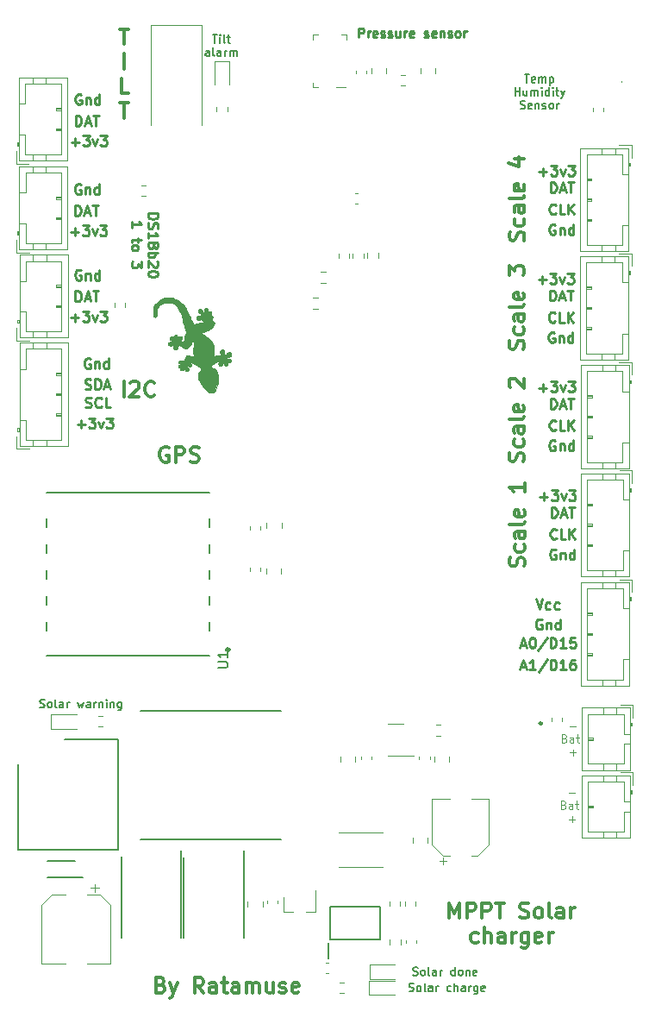
<source format=gbr>
G04 #@! TF.GenerationSoftware,KiCad,Pcbnew,(6.0.5)*
G04 #@! TF.CreationDate,2022-05-13T10:55:27+02:00*
G04 #@! TF.ProjectId,ruche,72756368-652e-46b6-9963-61645f706362,rev?*
G04 #@! TF.SameCoordinates,Original*
G04 #@! TF.FileFunction,Legend,Top*
G04 #@! TF.FilePolarity,Positive*
%FSLAX46Y46*%
G04 Gerber Fmt 4.6, Leading zero omitted, Abs format (unit mm)*
G04 Created by KiCad (PCBNEW (6.0.5)) date 2022-05-13 10:55:27*
%MOMM*%
%LPD*%
G01*
G04 APERTURE LIST*
%ADD10C,0.300000*%
%ADD11C,0.100000*%
%ADD12C,0.150000*%
%ADD13C,0.250000*%
%ADD14C,0.200000*%
%ADD15C,0.225000*%
%ADD16C,0.120000*%
%ADD17C,0.010000*%
G04 APERTURE END LIST*
D10*
X110990000Y-165282857D02*
X111204285Y-165354285D01*
X111275714Y-165425714D01*
X111347142Y-165568571D01*
X111347142Y-165782857D01*
X111275714Y-165925714D01*
X111204285Y-165997142D01*
X111061428Y-166068571D01*
X110490000Y-166068571D01*
X110490000Y-164568571D01*
X110990000Y-164568571D01*
X111132857Y-164640000D01*
X111204285Y-164711428D01*
X111275714Y-164854285D01*
X111275714Y-164997142D01*
X111204285Y-165140000D01*
X111132857Y-165211428D01*
X110990000Y-165282857D01*
X110490000Y-165282857D01*
X111847142Y-165068571D02*
X112204285Y-166068571D01*
X112561428Y-165068571D02*
X112204285Y-166068571D01*
X112061428Y-166425714D01*
X111990000Y-166497142D01*
X111847142Y-166568571D01*
X115132857Y-166068571D02*
X114632857Y-165354285D01*
X114275714Y-166068571D02*
X114275714Y-164568571D01*
X114847142Y-164568571D01*
X114990000Y-164640000D01*
X115061428Y-164711428D01*
X115132857Y-164854285D01*
X115132857Y-165068571D01*
X115061428Y-165211428D01*
X114990000Y-165282857D01*
X114847142Y-165354285D01*
X114275714Y-165354285D01*
X116418571Y-166068571D02*
X116418571Y-165282857D01*
X116347142Y-165140000D01*
X116204285Y-165068571D01*
X115918571Y-165068571D01*
X115775714Y-165140000D01*
X116418571Y-165997142D02*
X116275714Y-166068571D01*
X115918571Y-166068571D01*
X115775714Y-165997142D01*
X115704285Y-165854285D01*
X115704285Y-165711428D01*
X115775714Y-165568571D01*
X115918571Y-165497142D01*
X116275714Y-165497142D01*
X116418571Y-165425714D01*
X116918571Y-165068571D02*
X117490000Y-165068571D01*
X117132857Y-164568571D02*
X117132857Y-165854285D01*
X117204285Y-165997142D01*
X117347142Y-166068571D01*
X117490000Y-166068571D01*
X118632857Y-166068571D02*
X118632857Y-165282857D01*
X118561428Y-165140000D01*
X118418571Y-165068571D01*
X118132857Y-165068571D01*
X117990000Y-165140000D01*
X118632857Y-165997142D02*
X118490000Y-166068571D01*
X118132857Y-166068571D01*
X117990000Y-165997142D01*
X117918571Y-165854285D01*
X117918571Y-165711428D01*
X117990000Y-165568571D01*
X118132857Y-165497142D01*
X118490000Y-165497142D01*
X118632857Y-165425714D01*
X119347142Y-166068571D02*
X119347142Y-165068571D01*
X119347142Y-165211428D02*
X119418571Y-165140000D01*
X119561428Y-165068571D01*
X119775714Y-165068571D01*
X119918571Y-165140000D01*
X119990000Y-165282857D01*
X119990000Y-166068571D01*
X119990000Y-165282857D02*
X120061428Y-165140000D01*
X120204285Y-165068571D01*
X120418571Y-165068571D01*
X120561428Y-165140000D01*
X120632857Y-165282857D01*
X120632857Y-166068571D01*
X121990000Y-165068571D02*
X121990000Y-166068571D01*
X121347142Y-165068571D02*
X121347142Y-165854285D01*
X121418571Y-165997142D01*
X121561428Y-166068571D01*
X121775714Y-166068571D01*
X121918571Y-165997142D01*
X121990000Y-165925714D01*
X122632857Y-165997142D02*
X122775714Y-166068571D01*
X123061428Y-166068571D01*
X123204285Y-165997142D01*
X123275714Y-165854285D01*
X123275714Y-165782857D01*
X123204285Y-165640000D01*
X123061428Y-165568571D01*
X122847142Y-165568571D01*
X122704285Y-165497142D01*
X122632857Y-165354285D01*
X122632857Y-165282857D01*
X122704285Y-165140000D01*
X122847142Y-165068571D01*
X123061428Y-165068571D01*
X123204285Y-165140000D01*
X124490000Y-165997142D02*
X124347142Y-166068571D01*
X124061428Y-166068571D01*
X123918571Y-165997142D01*
X123847142Y-165854285D01*
X123847142Y-165282857D01*
X123918571Y-165140000D01*
X124061428Y-165068571D01*
X124347142Y-165068571D01*
X124490000Y-165140000D01*
X124561428Y-165282857D01*
X124561428Y-165425714D01*
X123847142Y-165568571D01*
D11*
X151145238Y-139904142D02*
X151754761Y-139904142D01*
X150611904Y-141077857D02*
X150726190Y-141115952D01*
X150764285Y-141154047D01*
X150802380Y-141230238D01*
X150802380Y-141344523D01*
X150764285Y-141420714D01*
X150726190Y-141458809D01*
X150650000Y-141496904D01*
X150345238Y-141496904D01*
X150345238Y-140696904D01*
X150611904Y-140696904D01*
X150688095Y-140735000D01*
X150726190Y-140773095D01*
X150764285Y-140849285D01*
X150764285Y-140925476D01*
X150726190Y-141001666D01*
X150688095Y-141039761D01*
X150611904Y-141077857D01*
X150345238Y-141077857D01*
X151488095Y-141496904D02*
X151488095Y-141077857D01*
X151450000Y-141001666D01*
X151373809Y-140963571D01*
X151221428Y-140963571D01*
X151145238Y-141001666D01*
X151488095Y-141458809D02*
X151411904Y-141496904D01*
X151221428Y-141496904D01*
X151145238Y-141458809D01*
X151107142Y-141382619D01*
X151107142Y-141306428D01*
X151145238Y-141230238D01*
X151221428Y-141192142D01*
X151411904Y-141192142D01*
X151488095Y-141154047D01*
X151754761Y-140963571D02*
X152059523Y-140963571D01*
X151869047Y-140696904D02*
X151869047Y-141382619D01*
X151907142Y-141458809D01*
X151983333Y-141496904D01*
X152059523Y-141496904D01*
X151145238Y-142480142D02*
X151754761Y-142480142D01*
X151450000Y-142784904D02*
X151450000Y-142175380D01*
D12*
X99090952Y-138013809D02*
X99205238Y-138051904D01*
X99395714Y-138051904D01*
X99471904Y-138013809D01*
X99510000Y-137975714D01*
X99548095Y-137899523D01*
X99548095Y-137823333D01*
X99510000Y-137747142D01*
X99471904Y-137709047D01*
X99395714Y-137670952D01*
X99243333Y-137632857D01*
X99167142Y-137594761D01*
X99129047Y-137556666D01*
X99090952Y-137480476D01*
X99090952Y-137404285D01*
X99129047Y-137328095D01*
X99167142Y-137290000D01*
X99243333Y-137251904D01*
X99433809Y-137251904D01*
X99548095Y-137290000D01*
X100005238Y-138051904D02*
X99929047Y-138013809D01*
X99890952Y-137975714D01*
X99852857Y-137899523D01*
X99852857Y-137670952D01*
X99890952Y-137594761D01*
X99929047Y-137556666D01*
X100005238Y-137518571D01*
X100119523Y-137518571D01*
X100195714Y-137556666D01*
X100233809Y-137594761D01*
X100271904Y-137670952D01*
X100271904Y-137899523D01*
X100233809Y-137975714D01*
X100195714Y-138013809D01*
X100119523Y-138051904D01*
X100005238Y-138051904D01*
X100729047Y-138051904D02*
X100652857Y-138013809D01*
X100614761Y-137937619D01*
X100614761Y-137251904D01*
X101376666Y-138051904D02*
X101376666Y-137632857D01*
X101338571Y-137556666D01*
X101262380Y-137518571D01*
X101110000Y-137518571D01*
X101033809Y-137556666D01*
X101376666Y-138013809D02*
X101300476Y-138051904D01*
X101110000Y-138051904D01*
X101033809Y-138013809D01*
X100995714Y-137937619D01*
X100995714Y-137861428D01*
X101033809Y-137785238D01*
X101110000Y-137747142D01*
X101300476Y-137747142D01*
X101376666Y-137709047D01*
X101757619Y-138051904D02*
X101757619Y-137518571D01*
X101757619Y-137670952D02*
X101795714Y-137594761D01*
X101833809Y-137556666D01*
X101910000Y-137518571D01*
X101986190Y-137518571D01*
X102786190Y-137518571D02*
X102938571Y-138051904D01*
X103090952Y-137670952D01*
X103243333Y-138051904D01*
X103395714Y-137518571D01*
X104043333Y-138051904D02*
X104043333Y-137632857D01*
X104005238Y-137556666D01*
X103929047Y-137518571D01*
X103776666Y-137518571D01*
X103700476Y-137556666D01*
X104043333Y-138013809D02*
X103967142Y-138051904D01*
X103776666Y-138051904D01*
X103700476Y-138013809D01*
X103662380Y-137937619D01*
X103662380Y-137861428D01*
X103700476Y-137785238D01*
X103776666Y-137747142D01*
X103967142Y-137747142D01*
X104043333Y-137709047D01*
X104424285Y-138051904D02*
X104424285Y-137518571D01*
X104424285Y-137670952D02*
X104462380Y-137594761D01*
X104500476Y-137556666D01*
X104576666Y-137518571D01*
X104652857Y-137518571D01*
X104919523Y-137518571D02*
X104919523Y-138051904D01*
X104919523Y-137594761D02*
X104957619Y-137556666D01*
X105033809Y-137518571D01*
X105148095Y-137518571D01*
X105224285Y-137556666D01*
X105262380Y-137632857D01*
X105262380Y-138051904D01*
X105643333Y-138051904D02*
X105643333Y-137518571D01*
X105643333Y-137251904D02*
X105605238Y-137290000D01*
X105643333Y-137328095D01*
X105681428Y-137290000D01*
X105643333Y-137251904D01*
X105643333Y-137328095D01*
X106024285Y-137518571D02*
X106024285Y-138051904D01*
X106024285Y-137594761D02*
X106062380Y-137556666D01*
X106138571Y-137518571D01*
X106252857Y-137518571D01*
X106329047Y-137556666D01*
X106367142Y-137632857D01*
X106367142Y-138051904D01*
X107090952Y-137518571D02*
X107090952Y-138166190D01*
X107052857Y-138242380D01*
X107014761Y-138280476D01*
X106938571Y-138318571D01*
X106824285Y-138318571D01*
X106748095Y-138280476D01*
X107090952Y-138013809D02*
X107014761Y-138051904D01*
X106862380Y-138051904D01*
X106786190Y-138013809D01*
X106748095Y-137975714D01*
X106710000Y-137899523D01*
X106710000Y-137670952D01*
X106748095Y-137594761D01*
X106786190Y-137556666D01*
X106862380Y-137518571D01*
X107014761Y-137518571D01*
X107090952Y-137556666D01*
D13*
X149684761Y-100147142D02*
X149637142Y-100194761D01*
X149494285Y-100242380D01*
X149399047Y-100242380D01*
X149256190Y-100194761D01*
X149160952Y-100099523D01*
X149113333Y-100004285D01*
X149065714Y-99813809D01*
X149065714Y-99670952D01*
X149113333Y-99480476D01*
X149160952Y-99385238D01*
X149256190Y-99290000D01*
X149399047Y-99242380D01*
X149494285Y-99242380D01*
X149637142Y-99290000D01*
X149684761Y-99337619D01*
X150589523Y-100242380D02*
X150113333Y-100242380D01*
X150113333Y-99242380D01*
X150922857Y-100242380D02*
X150922857Y-99242380D01*
X151494285Y-100242380D02*
X151065714Y-99670952D01*
X151494285Y-99242380D02*
X150922857Y-99813809D01*
X102588571Y-80947380D02*
X102588571Y-79947380D01*
X102826666Y-79947380D01*
X102969523Y-79995000D01*
X103064761Y-80090238D01*
X103112380Y-80185476D01*
X103160000Y-80375952D01*
X103160000Y-80518809D01*
X103112380Y-80709285D01*
X103064761Y-80804523D01*
X102969523Y-80899761D01*
X102826666Y-80947380D01*
X102588571Y-80947380D01*
X103540952Y-80661666D02*
X104017142Y-80661666D01*
X103445714Y-80947380D02*
X103779047Y-79947380D01*
X104112380Y-80947380D01*
X104302857Y-79947380D02*
X104874285Y-79947380D01*
X104588571Y-80947380D02*
X104588571Y-79947380D01*
X148195714Y-117351428D02*
X148957619Y-117351428D01*
X148576666Y-117732380D02*
X148576666Y-116970476D01*
X149338571Y-116732380D02*
X149957619Y-116732380D01*
X149624285Y-117113333D01*
X149767142Y-117113333D01*
X149862380Y-117160952D01*
X149910000Y-117208571D01*
X149957619Y-117303809D01*
X149957619Y-117541904D01*
X149910000Y-117637142D01*
X149862380Y-117684761D01*
X149767142Y-117732380D01*
X149481428Y-117732380D01*
X149386190Y-117684761D01*
X149338571Y-117637142D01*
X150290952Y-117065714D02*
X150529047Y-117732380D01*
X150767142Y-117065714D01*
X151052857Y-116732380D02*
X151671904Y-116732380D01*
X151338571Y-117113333D01*
X151481428Y-117113333D01*
X151576666Y-117160952D01*
X151624285Y-117208571D01*
X151671904Y-117303809D01*
X151671904Y-117541904D01*
X151624285Y-117637142D01*
X151576666Y-117684761D01*
X151481428Y-117732380D01*
X151195714Y-117732380D01*
X151100476Y-117684761D01*
X151052857Y-117637142D01*
X149677142Y-90680000D02*
X149581904Y-90632380D01*
X149439047Y-90632380D01*
X149296190Y-90680000D01*
X149200952Y-90775238D01*
X149153333Y-90870476D01*
X149105714Y-91060952D01*
X149105714Y-91203809D01*
X149153333Y-91394285D01*
X149200952Y-91489523D01*
X149296190Y-91584761D01*
X149439047Y-91632380D01*
X149534285Y-91632380D01*
X149677142Y-91584761D01*
X149724761Y-91537142D01*
X149724761Y-91203809D01*
X149534285Y-91203809D01*
X150153333Y-90965714D02*
X150153333Y-91632380D01*
X150153333Y-91060952D02*
X150200952Y-91013333D01*
X150296190Y-90965714D01*
X150439047Y-90965714D01*
X150534285Y-91013333D01*
X150581904Y-91108571D01*
X150581904Y-91632380D01*
X151486666Y-91632380D02*
X151486666Y-90632380D01*
X151486666Y-91584761D02*
X151391428Y-91632380D01*
X151200952Y-91632380D01*
X151105714Y-91584761D01*
X151058095Y-91537142D01*
X151010476Y-91441904D01*
X151010476Y-91156190D01*
X151058095Y-91060952D01*
X151105714Y-91013333D01*
X151200952Y-90965714D01*
X151391428Y-90965714D01*
X151486666Y-91013333D01*
X102165714Y-82541428D02*
X102927619Y-82541428D01*
X102546666Y-82922380D02*
X102546666Y-82160476D01*
X103308571Y-81922380D02*
X103927619Y-81922380D01*
X103594285Y-82303333D01*
X103737142Y-82303333D01*
X103832380Y-82350952D01*
X103880000Y-82398571D01*
X103927619Y-82493809D01*
X103927619Y-82731904D01*
X103880000Y-82827142D01*
X103832380Y-82874761D01*
X103737142Y-82922380D01*
X103451428Y-82922380D01*
X103356190Y-82874761D01*
X103308571Y-82827142D01*
X104260952Y-82255714D02*
X104499047Y-82922380D01*
X104737142Y-82255714D01*
X105022857Y-81922380D02*
X105641904Y-81922380D01*
X105308571Y-82303333D01*
X105451428Y-82303333D01*
X105546666Y-82350952D01*
X105594285Y-82398571D01*
X105641904Y-82493809D01*
X105641904Y-82731904D01*
X105594285Y-82827142D01*
X105546666Y-82874761D01*
X105451428Y-82922380D01*
X105165714Y-82922380D01*
X105070476Y-82874761D01*
X105022857Y-82827142D01*
X149677142Y-111880000D02*
X149581904Y-111832380D01*
X149439047Y-111832380D01*
X149296190Y-111880000D01*
X149200952Y-111975238D01*
X149153333Y-112070476D01*
X149105714Y-112260952D01*
X149105714Y-112403809D01*
X149153333Y-112594285D01*
X149200952Y-112689523D01*
X149296190Y-112784761D01*
X149439047Y-112832380D01*
X149534285Y-112832380D01*
X149677142Y-112784761D01*
X149724761Y-112737142D01*
X149724761Y-112403809D01*
X149534285Y-112403809D01*
X150153333Y-112165714D02*
X150153333Y-112832380D01*
X150153333Y-112260952D02*
X150200952Y-112213333D01*
X150296190Y-112165714D01*
X150439047Y-112165714D01*
X150534285Y-112213333D01*
X150581904Y-112308571D01*
X150581904Y-112832380D01*
X151486666Y-112832380D02*
X151486666Y-111832380D01*
X151486666Y-112784761D02*
X151391428Y-112832380D01*
X151200952Y-112832380D01*
X151105714Y-112784761D01*
X151058095Y-112737142D01*
X151010476Y-112641904D01*
X151010476Y-112356190D01*
X151058095Y-112260952D01*
X151105714Y-112213333D01*
X151200952Y-112165714D01*
X151391428Y-112165714D01*
X151486666Y-112213333D01*
D11*
X151045238Y-146429142D02*
X151654761Y-146429142D01*
X150511904Y-147602857D02*
X150626190Y-147640952D01*
X150664285Y-147679047D01*
X150702380Y-147755238D01*
X150702380Y-147869523D01*
X150664285Y-147945714D01*
X150626190Y-147983809D01*
X150550000Y-148021904D01*
X150245238Y-148021904D01*
X150245238Y-147221904D01*
X150511904Y-147221904D01*
X150588095Y-147260000D01*
X150626190Y-147298095D01*
X150664285Y-147374285D01*
X150664285Y-147450476D01*
X150626190Y-147526666D01*
X150588095Y-147564761D01*
X150511904Y-147602857D01*
X150245238Y-147602857D01*
X151388095Y-148021904D02*
X151388095Y-147602857D01*
X151350000Y-147526666D01*
X151273809Y-147488571D01*
X151121428Y-147488571D01*
X151045238Y-147526666D01*
X151388095Y-147983809D02*
X151311904Y-148021904D01*
X151121428Y-148021904D01*
X151045238Y-147983809D01*
X151007142Y-147907619D01*
X151007142Y-147831428D01*
X151045238Y-147755238D01*
X151121428Y-147717142D01*
X151311904Y-147717142D01*
X151388095Y-147679047D01*
X151654761Y-147488571D02*
X151959523Y-147488571D01*
X151769047Y-147221904D02*
X151769047Y-147907619D01*
X151807142Y-147983809D01*
X151883333Y-148021904D01*
X151959523Y-148021904D01*
X151045238Y-149005142D02*
X151654761Y-149005142D01*
X151350000Y-149309904D02*
X151350000Y-148700380D01*
D10*
X106911428Y-71466071D02*
X107768571Y-71466071D01*
X107340000Y-72966071D02*
X107340000Y-71466071D01*
X107340000Y-75381071D02*
X107340000Y-73881071D01*
X107804285Y-77796071D02*
X107090000Y-77796071D01*
X107090000Y-76296071D01*
X106911428Y-78711071D02*
X107768571Y-78711071D01*
X107340000Y-80211071D02*
X107340000Y-78711071D01*
D14*
X116032857Y-72017904D02*
X116490000Y-72017904D01*
X116261428Y-72817904D02*
X116261428Y-72017904D01*
X116756666Y-72817904D02*
X116756666Y-72284571D01*
X116756666Y-72017904D02*
X116718571Y-72056000D01*
X116756666Y-72094095D01*
X116794761Y-72056000D01*
X116756666Y-72017904D01*
X116756666Y-72094095D01*
X117251904Y-72817904D02*
X117175714Y-72779809D01*
X117137619Y-72703619D01*
X117137619Y-72017904D01*
X117442380Y-72284571D02*
X117747142Y-72284571D01*
X117556666Y-72017904D02*
X117556666Y-72703619D01*
X117594761Y-72779809D01*
X117670952Y-72817904D01*
X117747142Y-72817904D01*
X115709047Y-74105904D02*
X115709047Y-73686857D01*
X115670952Y-73610666D01*
X115594761Y-73572571D01*
X115442380Y-73572571D01*
X115366190Y-73610666D01*
X115709047Y-74067809D02*
X115632857Y-74105904D01*
X115442380Y-74105904D01*
X115366190Y-74067809D01*
X115328095Y-73991619D01*
X115328095Y-73915428D01*
X115366190Y-73839238D01*
X115442380Y-73801142D01*
X115632857Y-73801142D01*
X115709047Y-73763047D01*
X116204285Y-74105904D02*
X116128095Y-74067809D01*
X116090000Y-73991619D01*
X116090000Y-73305904D01*
X116851904Y-74105904D02*
X116851904Y-73686857D01*
X116813809Y-73610666D01*
X116737619Y-73572571D01*
X116585238Y-73572571D01*
X116509047Y-73610666D01*
X116851904Y-74067809D02*
X116775714Y-74105904D01*
X116585238Y-74105904D01*
X116509047Y-74067809D01*
X116470952Y-73991619D01*
X116470952Y-73915428D01*
X116509047Y-73839238D01*
X116585238Y-73801142D01*
X116775714Y-73801142D01*
X116851904Y-73763047D01*
X117232857Y-74105904D02*
X117232857Y-73572571D01*
X117232857Y-73724952D02*
X117270952Y-73648761D01*
X117309047Y-73610666D01*
X117385238Y-73572571D01*
X117461428Y-73572571D01*
X117728095Y-74105904D02*
X117728095Y-73572571D01*
X117728095Y-73648761D02*
X117766190Y-73610666D01*
X117842380Y-73572571D01*
X117956666Y-73572571D01*
X118032857Y-73610666D01*
X118070952Y-73686857D01*
X118070952Y-74105904D01*
X118070952Y-73686857D02*
X118109047Y-73610666D01*
X118185238Y-73572571D01*
X118299523Y-73572571D01*
X118375714Y-73610666D01*
X118413809Y-73686857D01*
X118413809Y-74105904D01*
D13*
X149178571Y-98107380D02*
X149178571Y-97107380D01*
X149416666Y-97107380D01*
X149559523Y-97155000D01*
X149654761Y-97250238D01*
X149702380Y-97345476D01*
X149750000Y-97535952D01*
X149750000Y-97678809D01*
X149702380Y-97869285D01*
X149654761Y-97964523D01*
X149559523Y-98059761D01*
X149416666Y-98107380D01*
X149178571Y-98107380D01*
X150130952Y-97821666D02*
X150607142Y-97821666D01*
X150035714Y-98107380D02*
X150369047Y-97107380D01*
X150702380Y-98107380D01*
X150892857Y-97107380D02*
X151464285Y-97107380D01*
X151178571Y-98107380D02*
X151178571Y-97107380D01*
X149248571Y-87517380D02*
X149248571Y-86517380D01*
X149486666Y-86517380D01*
X149629523Y-86565000D01*
X149724761Y-86660238D01*
X149772380Y-86755476D01*
X149820000Y-86945952D01*
X149820000Y-87088809D01*
X149772380Y-87279285D01*
X149724761Y-87374523D01*
X149629523Y-87469761D01*
X149486666Y-87517380D01*
X149248571Y-87517380D01*
X150200952Y-87231666D02*
X150677142Y-87231666D01*
X150105714Y-87517380D02*
X150439047Y-86517380D01*
X150772380Y-87517380D01*
X150962857Y-86517380D02*
X151534285Y-86517380D01*
X151248571Y-87517380D02*
X151248571Y-86517380D01*
D12*
X135336666Y-165863809D02*
X135450952Y-165901904D01*
X135641428Y-165901904D01*
X135717619Y-165863809D01*
X135755714Y-165825714D01*
X135793809Y-165749523D01*
X135793809Y-165673333D01*
X135755714Y-165597142D01*
X135717619Y-165559047D01*
X135641428Y-165520952D01*
X135489047Y-165482857D01*
X135412857Y-165444761D01*
X135374761Y-165406666D01*
X135336666Y-165330476D01*
X135336666Y-165254285D01*
X135374761Y-165178095D01*
X135412857Y-165140000D01*
X135489047Y-165101904D01*
X135679523Y-165101904D01*
X135793809Y-165140000D01*
X136250952Y-165901904D02*
X136174761Y-165863809D01*
X136136666Y-165825714D01*
X136098571Y-165749523D01*
X136098571Y-165520952D01*
X136136666Y-165444761D01*
X136174761Y-165406666D01*
X136250952Y-165368571D01*
X136365238Y-165368571D01*
X136441428Y-165406666D01*
X136479523Y-165444761D01*
X136517619Y-165520952D01*
X136517619Y-165749523D01*
X136479523Y-165825714D01*
X136441428Y-165863809D01*
X136365238Y-165901904D01*
X136250952Y-165901904D01*
X136974761Y-165901904D02*
X136898571Y-165863809D01*
X136860476Y-165787619D01*
X136860476Y-165101904D01*
X137622380Y-165901904D02*
X137622380Y-165482857D01*
X137584285Y-165406666D01*
X137508095Y-165368571D01*
X137355714Y-165368571D01*
X137279523Y-165406666D01*
X137622380Y-165863809D02*
X137546190Y-165901904D01*
X137355714Y-165901904D01*
X137279523Y-165863809D01*
X137241428Y-165787619D01*
X137241428Y-165711428D01*
X137279523Y-165635238D01*
X137355714Y-165597142D01*
X137546190Y-165597142D01*
X137622380Y-165559047D01*
X138003333Y-165901904D02*
X138003333Y-165368571D01*
X138003333Y-165520952D02*
X138041428Y-165444761D01*
X138079523Y-165406666D01*
X138155714Y-165368571D01*
X138231904Y-165368571D01*
X139450952Y-165863809D02*
X139374761Y-165901904D01*
X139222380Y-165901904D01*
X139146190Y-165863809D01*
X139108095Y-165825714D01*
X139070000Y-165749523D01*
X139070000Y-165520952D01*
X139108095Y-165444761D01*
X139146190Y-165406666D01*
X139222380Y-165368571D01*
X139374761Y-165368571D01*
X139450952Y-165406666D01*
X139793809Y-165901904D02*
X139793809Y-165101904D01*
X140136666Y-165901904D02*
X140136666Y-165482857D01*
X140098571Y-165406666D01*
X140022380Y-165368571D01*
X139908095Y-165368571D01*
X139831904Y-165406666D01*
X139793809Y-165444761D01*
X140860476Y-165901904D02*
X140860476Y-165482857D01*
X140822380Y-165406666D01*
X140746190Y-165368571D01*
X140593809Y-165368571D01*
X140517619Y-165406666D01*
X140860476Y-165863809D02*
X140784285Y-165901904D01*
X140593809Y-165901904D01*
X140517619Y-165863809D01*
X140479523Y-165787619D01*
X140479523Y-165711428D01*
X140517619Y-165635238D01*
X140593809Y-165597142D01*
X140784285Y-165597142D01*
X140860476Y-165559047D01*
X141241428Y-165901904D02*
X141241428Y-165368571D01*
X141241428Y-165520952D02*
X141279523Y-165444761D01*
X141317619Y-165406666D01*
X141393809Y-165368571D01*
X141470000Y-165368571D01*
X142079523Y-165368571D02*
X142079523Y-166016190D01*
X142041428Y-166092380D01*
X142003333Y-166130476D01*
X141927142Y-166168571D01*
X141812857Y-166168571D01*
X141736666Y-166130476D01*
X142079523Y-165863809D02*
X142003333Y-165901904D01*
X141850952Y-165901904D01*
X141774761Y-165863809D01*
X141736666Y-165825714D01*
X141698571Y-165749523D01*
X141698571Y-165520952D01*
X141736666Y-165444761D01*
X141774761Y-165406666D01*
X141850952Y-165368571D01*
X142003333Y-165368571D01*
X142079523Y-165406666D01*
X142765238Y-165863809D02*
X142689047Y-165901904D01*
X142536666Y-165901904D01*
X142460476Y-165863809D01*
X142422380Y-165787619D01*
X142422380Y-165482857D01*
X142460476Y-165406666D01*
X142536666Y-165368571D01*
X142689047Y-165368571D01*
X142765238Y-165406666D01*
X142803333Y-165482857D01*
X142803333Y-165559047D01*
X142422380Y-165635238D01*
D13*
X149607142Y-101270000D02*
X149511904Y-101222380D01*
X149369047Y-101222380D01*
X149226190Y-101270000D01*
X149130952Y-101365238D01*
X149083333Y-101460476D01*
X149035714Y-101650952D01*
X149035714Y-101793809D01*
X149083333Y-101984285D01*
X149130952Y-102079523D01*
X149226190Y-102174761D01*
X149369047Y-102222380D01*
X149464285Y-102222380D01*
X149607142Y-102174761D01*
X149654761Y-102127142D01*
X149654761Y-101793809D01*
X149464285Y-101793809D01*
X150083333Y-101555714D02*
X150083333Y-102222380D01*
X150083333Y-101650952D02*
X150130952Y-101603333D01*
X150226190Y-101555714D01*
X150369047Y-101555714D01*
X150464285Y-101603333D01*
X150511904Y-101698571D01*
X150511904Y-102222380D01*
X151416666Y-102222380D02*
X151416666Y-101222380D01*
X151416666Y-102174761D02*
X151321428Y-102222380D01*
X151130952Y-102222380D01*
X151035714Y-102174761D01*
X150988095Y-102127142D01*
X150940476Y-102031904D01*
X150940476Y-101746190D01*
X150988095Y-101650952D01*
X151035714Y-101603333D01*
X151130952Y-101555714D01*
X151321428Y-101555714D01*
X151416666Y-101603333D01*
X102568571Y-98187380D02*
X102568571Y-97187380D01*
X102806666Y-97187380D01*
X102949523Y-97235000D01*
X103044761Y-97330238D01*
X103092380Y-97425476D01*
X103140000Y-97615952D01*
X103140000Y-97758809D01*
X103092380Y-97949285D01*
X103044761Y-98044523D01*
X102949523Y-98139761D01*
X102806666Y-98187380D01*
X102568571Y-98187380D01*
X103520952Y-97901666D02*
X103997142Y-97901666D01*
X103425714Y-98187380D02*
X103759047Y-97187380D01*
X104092380Y-98187380D01*
X104282857Y-97187380D02*
X104854285Y-97187380D01*
X104568571Y-98187380D02*
X104568571Y-97187380D01*
X149248571Y-108717380D02*
X149248571Y-107717380D01*
X149486666Y-107717380D01*
X149629523Y-107765000D01*
X149724761Y-107860238D01*
X149772380Y-107955476D01*
X149820000Y-108145952D01*
X149820000Y-108288809D01*
X149772380Y-108479285D01*
X149724761Y-108574523D01*
X149629523Y-108669761D01*
X149486666Y-108717380D01*
X149248571Y-108717380D01*
X150200952Y-108431666D02*
X150677142Y-108431666D01*
X150105714Y-108717380D02*
X150439047Y-107717380D01*
X150772380Y-108717380D01*
X150962857Y-107717380D02*
X151534285Y-107717380D01*
X151248571Y-108717380D02*
X151248571Y-107717380D01*
D10*
X107325714Y-107538571D02*
X107325714Y-106038571D01*
X107968571Y-106181428D02*
X108040000Y-106110000D01*
X108182857Y-106038571D01*
X108540000Y-106038571D01*
X108682857Y-106110000D01*
X108754285Y-106181428D01*
X108825714Y-106324285D01*
X108825714Y-106467142D01*
X108754285Y-106681428D01*
X107897142Y-107538571D01*
X108825714Y-107538571D01*
X110325714Y-107395714D02*
X110254285Y-107467142D01*
X110040000Y-107538571D01*
X109897142Y-107538571D01*
X109682857Y-107467142D01*
X109540000Y-107324285D01*
X109468571Y-107181428D01*
X109397142Y-106895714D01*
X109397142Y-106681428D01*
X109468571Y-106395714D01*
X109540000Y-106252857D01*
X109682857Y-106110000D01*
X109897142Y-106038571D01*
X110040000Y-106038571D01*
X110254285Y-106110000D01*
X110325714Y-106181428D01*
D13*
X103549523Y-108559761D02*
X103692380Y-108607380D01*
X103930476Y-108607380D01*
X104025714Y-108559761D01*
X104073333Y-108512142D01*
X104120952Y-108416904D01*
X104120952Y-108321666D01*
X104073333Y-108226428D01*
X104025714Y-108178809D01*
X103930476Y-108131190D01*
X103740000Y-108083571D01*
X103644761Y-108035952D01*
X103597142Y-107988333D01*
X103549523Y-107893095D01*
X103549523Y-107797857D01*
X103597142Y-107702619D01*
X103644761Y-107655000D01*
X103740000Y-107607380D01*
X103978095Y-107607380D01*
X104120952Y-107655000D01*
X105120952Y-108512142D02*
X105073333Y-108559761D01*
X104930476Y-108607380D01*
X104835238Y-108607380D01*
X104692380Y-108559761D01*
X104597142Y-108464523D01*
X104549523Y-108369285D01*
X104501904Y-108178809D01*
X104501904Y-108035952D01*
X104549523Y-107845476D01*
X104597142Y-107750238D01*
X104692380Y-107655000D01*
X104835238Y-107607380D01*
X104930476Y-107607380D01*
X105073333Y-107655000D01*
X105120952Y-107702619D01*
X106025714Y-108607380D02*
X105549523Y-108607380D01*
X105549523Y-107607380D01*
X103107142Y-95140000D02*
X103011904Y-95092380D01*
X102869047Y-95092380D01*
X102726190Y-95140000D01*
X102630952Y-95235238D01*
X102583333Y-95330476D01*
X102535714Y-95520952D01*
X102535714Y-95663809D01*
X102583333Y-95854285D01*
X102630952Y-95949523D01*
X102726190Y-96044761D01*
X102869047Y-96092380D01*
X102964285Y-96092380D01*
X103107142Y-96044761D01*
X103154761Y-95997142D01*
X103154761Y-95663809D01*
X102964285Y-95663809D01*
X103583333Y-95425714D02*
X103583333Y-96092380D01*
X103583333Y-95520952D02*
X103630952Y-95473333D01*
X103726190Y-95425714D01*
X103869047Y-95425714D01*
X103964285Y-95473333D01*
X104011904Y-95568571D01*
X104011904Y-96092380D01*
X104916666Y-96092380D02*
X104916666Y-95092380D01*
X104916666Y-96044761D02*
X104821428Y-96092380D01*
X104630952Y-96092380D01*
X104535714Y-96044761D01*
X104488095Y-95997142D01*
X104440476Y-95901904D01*
X104440476Y-95616190D01*
X104488095Y-95520952D01*
X104535714Y-95473333D01*
X104630952Y-95425714D01*
X104821428Y-95425714D01*
X104916666Y-95473333D01*
X146319523Y-131906666D02*
X146795714Y-131906666D01*
X146224285Y-132192380D02*
X146557619Y-131192380D01*
X146890952Y-132192380D01*
X147414761Y-131192380D02*
X147510000Y-131192380D01*
X147605238Y-131240000D01*
X147652857Y-131287619D01*
X147700476Y-131382857D01*
X147748095Y-131573333D01*
X147748095Y-131811428D01*
X147700476Y-132001904D01*
X147652857Y-132097142D01*
X147605238Y-132144761D01*
X147510000Y-132192380D01*
X147414761Y-132192380D01*
X147319523Y-132144761D01*
X147271904Y-132097142D01*
X147224285Y-132001904D01*
X147176666Y-131811428D01*
X147176666Y-131573333D01*
X147224285Y-131382857D01*
X147271904Y-131287619D01*
X147319523Y-131240000D01*
X147414761Y-131192380D01*
X148890952Y-131144761D02*
X148033809Y-132430476D01*
X149224285Y-132192380D02*
X149224285Y-131192380D01*
X149462380Y-131192380D01*
X149605238Y-131240000D01*
X149700476Y-131335238D01*
X149748095Y-131430476D01*
X149795714Y-131620952D01*
X149795714Y-131763809D01*
X149748095Y-131954285D01*
X149700476Y-132049523D01*
X149605238Y-132144761D01*
X149462380Y-132192380D01*
X149224285Y-132192380D01*
X150748095Y-132192380D02*
X150176666Y-132192380D01*
X150462380Y-132192380D02*
X150462380Y-131192380D01*
X150367142Y-131335238D01*
X150271904Y-131430476D01*
X150176666Y-131478095D01*
X151652857Y-131192380D02*
X151176666Y-131192380D01*
X151129047Y-131668571D01*
X151176666Y-131620952D01*
X151271904Y-131573333D01*
X151510000Y-131573333D01*
X151605238Y-131620952D01*
X151652857Y-131668571D01*
X151700476Y-131763809D01*
X151700476Y-132001904D01*
X151652857Y-132097142D01*
X151605238Y-132144761D01*
X151510000Y-132192380D01*
X151271904Y-132192380D01*
X151176666Y-132144761D01*
X151129047Y-132097142D01*
D10*
X146587142Y-102871428D02*
X146658571Y-102657142D01*
X146658571Y-102300000D01*
X146587142Y-102157142D01*
X146515714Y-102085714D01*
X146372857Y-102014285D01*
X146230000Y-102014285D01*
X146087142Y-102085714D01*
X146015714Y-102157142D01*
X145944285Y-102300000D01*
X145872857Y-102585714D01*
X145801428Y-102728571D01*
X145730000Y-102800000D01*
X145587142Y-102871428D01*
X145444285Y-102871428D01*
X145301428Y-102800000D01*
X145230000Y-102728571D01*
X145158571Y-102585714D01*
X145158571Y-102228571D01*
X145230000Y-102014285D01*
X146587142Y-100728571D02*
X146658571Y-100871428D01*
X146658571Y-101157142D01*
X146587142Y-101300000D01*
X146515714Y-101371428D01*
X146372857Y-101442857D01*
X145944285Y-101442857D01*
X145801428Y-101371428D01*
X145730000Y-101300000D01*
X145658571Y-101157142D01*
X145658571Y-100871428D01*
X145730000Y-100728571D01*
X146658571Y-99442857D02*
X145872857Y-99442857D01*
X145730000Y-99514285D01*
X145658571Y-99657142D01*
X145658571Y-99942857D01*
X145730000Y-100085714D01*
X146587142Y-99442857D02*
X146658571Y-99585714D01*
X146658571Y-99942857D01*
X146587142Y-100085714D01*
X146444285Y-100157142D01*
X146301428Y-100157142D01*
X146158571Y-100085714D01*
X146087142Y-99942857D01*
X146087142Y-99585714D01*
X146015714Y-99442857D01*
X146658571Y-98514285D02*
X146587142Y-98657142D01*
X146444285Y-98728571D01*
X145158571Y-98728571D01*
X146587142Y-97371428D02*
X146658571Y-97514285D01*
X146658571Y-97800000D01*
X146587142Y-97942857D01*
X146444285Y-98014285D01*
X145872857Y-98014285D01*
X145730000Y-97942857D01*
X145658571Y-97800000D01*
X145658571Y-97514285D01*
X145730000Y-97371428D01*
X145872857Y-97300000D01*
X146015714Y-97300000D01*
X146158571Y-98014285D01*
X145158571Y-95657142D02*
X145158571Y-94728571D01*
X145730000Y-95228571D01*
X145730000Y-95014285D01*
X145801428Y-94871428D01*
X145872857Y-94800000D01*
X146015714Y-94728571D01*
X146372857Y-94728571D01*
X146515714Y-94800000D01*
X146587142Y-94871428D01*
X146658571Y-95014285D01*
X146658571Y-95442857D01*
X146587142Y-95585714D01*
X146515714Y-95657142D01*
D13*
X102145714Y-99781428D02*
X102907619Y-99781428D01*
X102526666Y-100162380D02*
X102526666Y-99400476D01*
X103288571Y-99162380D02*
X103907619Y-99162380D01*
X103574285Y-99543333D01*
X103717142Y-99543333D01*
X103812380Y-99590952D01*
X103860000Y-99638571D01*
X103907619Y-99733809D01*
X103907619Y-99971904D01*
X103860000Y-100067142D01*
X103812380Y-100114761D01*
X103717142Y-100162380D01*
X103431428Y-100162380D01*
X103336190Y-100114761D01*
X103288571Y-100067142D01*
X104240952Y-99495714D02*
X104479047Y-100162380D01*
X104717142Y-99495714D01*
X105002857Y-99162380D02*
X105621904Y-99162380D01*
X105288571Y-99543333D01*
X105431428Y-99543333D01*
X105526666Y-99590952D01*
X105574285Y-99638571D01*
X105621904Y-99733809D01*
X105621904Y-99971904D01*
X105574285Y-100067142D01*
X105526666Y-100114761D01*
X105431428Y-100162380D01*
X105145714Y-100162380D01*
X105050476Y-100114761D01*
X105002857Y-100067142D01*
X109692619Y-89534761D02*
X110692619Y-89534761D01*
X110692619Y-89772857D01*
X110645000Y-89915714D01*
X110549761Y-90010952D01*
X110454523Y-90058571D01*
X110264047Y-90106190D01*
X110121190Y-90106190D01*
X109930714Y-90058571D01*
X109835476Y-90010952D01*
X109740238Y-89915714D01*
X109692619Y-89772857D01*
X109692619Y-89534761D01*
X109740238Y-90487142D02*
X109692619Y-90630000D01*
X109692619Y-90868095D01*
X109740238Y-90963333D01*
X109787857Y-91010952D01*
X109883095Y-91058571D01*
X109978333Y-91058571D01*
X110073571Y-91010952D01*
X110121190Y-90963333D01*
X110168809Y-90868095D01*
X110216428Y-90677619D01*
X110264047Y-90582380D01*
X110311666Y-90534761D01*
X110406904Y-90487142D01*
X110502142Y-90487142D01*
X110597380Y-90534761D01*
X110645000Y-90582380D01*
X110692619Y-90677619D01*
X110692619Y-90915714D01*
X110645000Y-91058571D01*
X109692619Y-92010952D02*
X109692619Y-91439523D01*
X109692619Y-91725238D02*
X110692619Y-91725238D01*
X110549761Y-91630000D01*
X110454523Y-91534761D01*
X110406904Y-91439523D01*
X110264047Y-92582380D02*
X110311666Y-92487142D01*
X110359285Y-92439523D01*
X110454523Y-92391904D01*
X110502142Y-92391904D01*
X110597380Y-92439523D01*
X110645000Y-92487142D01*
X110692619Y-92582380D01*
X110692619Y-92772857D01*
X110645000Y-92868095D01*
X110597380Y-92915714D01*
X110502142Y-92963333D01*
X110454523Y-92963333D01*
X110359285Y-92915714D01*
X110311666Y-92868095D01*
X110264047Y-92772857D01*
X110264047Y-92582380D01*
X110216428Y-92487142D01*
X110168809Y-92439523D01*
X110073571Y-92391904D01*
X109883095Y-92391904D01*
X109787857Y-92439523D01*
X109740238Y-92487142D01*
X109692619Y-92582380D01*
X109692619Y-92772857D01*
X109740238Y-92868095D01*
X109787857Y-92915714D01*
X109883095Y-92963333D01*
X110073571Y-92963333D01*
X110168809Y-92915714D01*
X110216428Y-92868095D01*
X110264047Y-92772857D01*
X109692619Y-93391904D02*
X110692619Y-93391904D01*
X110311666Y-93391904D02*
X110359285Y-93487142D01*
X110359285Y-93677619D01*
X110311666Y-93772857D01*
X110264047Y-93820476D01*
X110168809Y-93868095D01*
X109883095Y-93868095D01*
X109787857Y-93820476D01*
X109740238Y-93772857D01*
X109692619Y-93677619D01*
X109692619Y-93487142D01*
X109740238Y-93391904D01*
X110597380Y-94249047D02*
X110645000Y-94296666D01*
X110692619Y-94391904D01*
X110692619Y-94630000D01*
X110645000Y-94725238D01*
X110597380Y-94772857D01*
X110502142Y-94820476D01*
X110406904Y-94820476D01*
X110264047Y-94772857D01*
X109692619Y-94201428D01*
X109692619Y-94820476D01*
X110692619Y-95439523D02*
X110692619Y-95534761D01*
X110645000Y-95630000D01*
X110597380Y-95677619D01*
X110502142Y-95725238D01*
X110311666Y-95772857D01*
X110073571Y-95772857D01*
X109883095Y-95725238D01*
X109787857Y-95677619D01*
X109740238Y-95630000D01*
X109692619Y-95534761D01*
X109692619Y-95439523D01*
X109740238Y-95344285D01*
X109787857Y-95296666D01*
X109883095Y-95249047D01*
X110073571Y-95201428D01*
X110311666Y-95201428D01*
X110502142Y-95249047D01*
X110597380Y-95296666D01*
X110645000Y-95344285D01*
X110692619Y-95439523D01*
X108082619Y-90939523D02*
X108082619Y-90368095D01*
X108082619Y-90653809D02*
X109082619Y-90653809D01*
X108939761Y-90558571D01*
X108844523Y-90463333D01*
X108796904Y-90368095D01*
X108749285Y-91987142D02*
X108749285Y-92368095D01*
X109082619Y-92130000D02*
X108225476Y-92130000D01*
X108130238Y-92177619D01*
X108082619Y-92272857D01*
X108082619Y-92368095D01*
X108082619Y-92844285D02*
X108130238Y-92749047D01*
X108177857Y-92701428D01*
X108273095Y-92653809D01*
X108558809Y-92653809D01*
X108654047Y-92701428D01*
X108701666Y-92749047D01*
X108749285Y-92844285D01*
X108749285Y-92987142D01*
X108701666Y-93082380D01*
X108654047Y-93130000D01*
X108558809Y-93177619D01*
X108273095Y-93177619D01*
X108177857Y-93130000D01*
X108130238Y-93082380D01*
X108082619Y-92987142D01*
X108082619Y-92844285D01*
X109082619Y-94272857D02*
X109082619Y-94891904D01*
X108701666Y-94558571D01*
X108701666Y-94701428D01*
X108654047Y-94796666D01*
X108606428Y-94844285D01*
X108511190Y-94891904D01*
X108273095Y-94891904D01*
X108177857Y-94844285D01*
X108130238Y-94796666D01*
X108082619Y-94701428D01*
X108082619Y-94415714D01*
X108130238Y-94320476D01*
X108177857Y-94272857D01*
X103087142Y-86720000D02*
X102991904Y-86672380D01*
X102849047Y-86672380D01*
X102706190Y-86720000D01*
X102610952Y-86815238D01*
X102563333Y-86910476D01*
X102515714Y-87100952D01*
X102515714Y-87243809D01*
X102563333Y-87434285D01*
X102610952Y-87529523D01*
X102706190Y-87624761D01*
X102849047Y-87672380D01*
X102944285Y-87672380D01*
X103087142Y-87624761D01*
X103134761Y-87577142D01*
X103134761Y-87243809D01*
X102944285Y-87243809D01*
X103563333Y-87005714D02*
X103563333Y-87672380D01*
X103563333Y-87100952D02*
X103610952Y-87053333D01*
X103706190Y-87005714D01*
X103849047Y-87005714D01*
X103944285Y-87053333D01*
X103991904Y-87148571D01*
X103991904Y-87672380D01*
X104896666Y-87672380D02*
X104896666Y-86672380D01*
X104896666Y-87624761D02*
X104801428Y-87672380D01*
X104610952Y-87672380D01*
X104515714Y-87624761D01*
X104468095Y-87577142D01*
X104420476Y-87481904D01*
X104420476Y-87196190D01*
X104468095Y-87100952D01*
X104515714Y-87053333D01*
X104610952Y-87005714D01*
X104801428Y-87005714D01*
X104896666Y-87053333D01*
D10*
X111718571Y-112530000D02*
X111575714Y-112458571D01*
X111361428Y-112458571D01*
X111147142Y-112530000D01*
X111004285Y-112672857D01*
X110932857Y-112815714D01*
X110861428Y-113101428D01*
X110861428Y-113315714D01*
X110932857Y-113601428D01*
X111004285Y-113744285D01*
X111147142Y-113887142D01*
X111361428Y-113958571D01*
X111504285Y-113958571D01*
X111718571Y-113887142D01*
X111790000Y-113815714D01*
X111790000Y-113315714D01*
X111504285Y-113315714D01*
X112432857Y-113958571D02*
X112432857Y-112458571D01*
X113004285Y-112458571D01*
X113147142Y-112530000D01*
X113218571Y-112601428D01*
X113290000Y-112744285D01*
X113290000Y-112958571D01*
X113218571Y-113101428D01*
X113147142Y-113172857D01*
X113004285Y-113244285D01*
X112432857Y-113244285D01*
X113861428Y-113887142D02*
X114075714Y-113958571D01*
X114432857Y-113958571D01*
X114575714Y-113887142D01*
X114647142Y-113815714D01*
X114718571Y-113672857D01*
X114718571Y-113530000D01*
X114647142Y-113387142D01*
X114575714Y-113315714D01*
X114432857Y-113244285D01*
X114147142Y-113172857D01*
X114004285Y-113101428D01*
X113932857Y-113030000D01*
X113861428Y-112887142D01*
X113861428Y-112744285D01*
X113932857Y-112601428D01*
X114004285Y-112530000D01*
X114147142Y-112458571D01*
X114504285Y-112458571D01*
X114718571Y-112530000D01*
D13*
X148045714Y-96061428D02*
X148807619Y-96061428D01*
X148426666Y-96442380D02*
X148426666Y-95680476D01*
X149188571Y-95442380D02*
X149807619Y-95442380D01*
X149474285Y-95823333D01*
X149617142Y-95823333D01*
X149712380Y-95870952D01*
X149760000Y-95918571D01*
X149807619Y-96013809D01*
X149807619Y-96251904D01*
X149760000Y-96347142D01*
X149712380Y-96394761D01*
X149617142Y-96442380D01*
X149331428Y-96442380D01*
X149236190Y-96394761D01*
X149188571Y-96347142D01*
X150140952Y-95775714D02*
X150379047Y-96442380D01*
X150617142Y-95775714D01*
X150902857Y-95442380D02*
X151521904Y-95442380D01*
X151188571Y-95823333D01*
X151331428Y-95823333D01*
X151426666Y-95870952D01*
X151474285Y-95918571D01*
X151521904Y-96013809D01*
X151521904Y-96251904D01*
X151474285Y-96347142D01*
X151426666Y-96394761D01*
X151331428Y-96442380D01*
X151045714Y-96442380D01*
X150950476Y-96394761D01*
X150902857Y-96347142D01*
D10*
X146637142Y-124192857D02*
X146708571Y-123978571D01*
X146708571Y-123621428D01*
X146637142Y-123478571D01*
X146565714Y-123407142D01*
X146422857Y-123335714D01*
X146280000Y-123335714D01*
X146137142Y-123407142D01*
X146065714Y-123478571D01*
X145994285Y-123621428D01*
X145922857Y-123907142D01*
X145851428Y-124050000D01*
X145780000Y-124121428D01*
X145637142Y-124192857D01*
X145494285Y-124192857D01*
X145351428Y-124121428D01*
X145280000Y-124050000D01*
X145208571Y-123907142D01*
X145208571Y-123550000D01*
X145280000Y-123335714D01*
X146637142Y-122050000D02*
X146708571Y-122192857D01*
X146708571Y-122478571D01*
X146637142Y-122621428D01*
X146565714Y-122692857D01*
X146422857Y-122764285D01*
X145994285Y-122764285D01*
X145851428Y-122692857D01*
X145780000Y-122621428D01*
X145708571Y-122478571D01*
X145708571Y-122192857D01*
X145780000Y-122050000D01*
X146708571Y-120764285D02*
X145922857Y-120764285D01*
X145780000Y-120835714D01*
X145708571Y-120978571D01*
X145708571Y-121264285D01*
X145780000Y-121407142D01*
X146637142Y-120764285D02*
X146708571Y-120907142D01*
X146708571Y-121264285D01*
X146637142Y-121407142D01*
X146494285Y-121478571D01*
X146351428Y-121478571D01*
X146208571Y-121407142D01*
X146137142Y-121264285D01*
X146137142Y-120907142D01*
X146065714Y-120764285D01*
X146708571Y-119835714D02*
X146637142Y-119978571D01*
X146494285Y-120050000D01*
X145208571Y-120050000D01*
X146637142Y-118692857D02*
X146708571Y-118835714D01*
X146708571Y-119121428D01*
X146637142Y-119264285D01*
X146494285Y-119335714D01*
X145922857Y-119335714D01*
X145780000Y-119264285D01*
X145708571Y-119121428D01*
X145708571Y-118835714D01*
X145780000Y-118692857D01*
X145922857Y-118621428D01*
X146065714Y-118621428D01*
X146208571Y-119335714D01*
X146708571Y-116050000D02*
X146708571Y-116907142D01*
X146708571Y-116478571D02*
X145208571Y-116478571D01*
X145422857Y-116621428D01*
X145565714Y-116764285D01*
X145637142Y-116907142D01*
D13*
X147789523Y-127412380D02*
X148122857Y-128412380D01*
X148456190Y-127412380D01*
X149218095Y-128364761D02*
X149122857Y-128412380D01*
X148932380Y-128412380D01*
X148837142Y-128364761D01*
X148789523Y-128317142D01*
X148741904Y-128221904D01*
X148741904Y-127936190D01*
X148789523Y-127840952D01*
X148837142Y-127793333D01*
X148932380Y-127745714D01*
X149122857Y-127745714D01*
X149218095Y-127793333D01*
X150075238Y-128364761D02*
X149980000Y-128412380D01*
X149789523Y-128412380D01*
X149694285Y-128364761D01*
X149646666Y-128317142D01*
X149599047Y-128221904D01*
X149599047Y-127936190D01*
X149646666Y-127840952D01*
X149694285Y-127793333D01*
X149789523Y-127745714D01*
X149980000Y-127745714D01*
X150075238Y-127793333D01*
X102125714Y-91361428D02*
X102887619Y-91361428D01*
X102506666Y-91742380D02*
X102506666Y-90980476D01*
X103268571Y-90742380D02*
X103887619Y-90742380D01*
X103554285Y-91123333D01*
X103697142Y-91123333D01*
X103792380Y-91170952D01*
X103840000Y-91218571D01*
X103887619Y-91313809D01*
X103887619Y-91551904D01*
X103840000Y-91647142D01*
X103792380Y-91694761D01*
X103697142Y-91742380D01*
X103411428Y-91742380D01*
X103316190Y-91694761D01*
X103268571Y-91647142D01*
X104220952Y-91075714D02*
X104459047Y-91742380D01*
X104697142Y-91075714D01*
X104982857Y-90742380D02*
X105601904Y-90742380D01*
X105268571Y-91123333D01*
X105411428Y-91123333D01*
X105506666Y-91170952D01*
X105554285Y-91218571D01*
X105601904Y-91313809D01*
X105601904Y-91551904D01*
X105554285Y-91647142D01*
X105506666Y-91694761D01*
X105411428Y-91742380D01*
X105125714Y-91742380D01*
X105030476Y-91694761D01*
X104982857Y-91647142D01*
D10*
X139308571Y-158721071D02*
X139308571Y-157221071D01*
X139808571Y-158292500D01*
X140308571Y-157221071D01*
X140308571Y-158721071D01*
X141022857Y-158721071D02*
X141022857Y-157221071D01*
X141594285Y-157221071D01*
X141737142Y-157292500D01*
X141808571Y-157363928D01*
X141880000Y-157506785D01*
X141880000Y-157721071D01*
X141808571Y-157863928D01*
X141737142Y-157935357D01*
X141594285Y-158006785D01*
X141022857Y-158006785D01*
X142522857Y-158721071D02*
X142522857Y-157221071D01*
X143094285Y-157221071D01*
X143237142Y-157292500D01*
X143308571Y-157363928D01*
X143380000Y-157506785D01*
X143380000Y-157721071D01*
X143308571Y-157863928D01*
X143237142Y-157935357D01*
X143094285Y-158006785D01*
X142522857Y-158006785D01*
X143808571Y-157221071D02*
X144665714Y-157221071D01*
X144237142Y-158721071D02*
X144237142Y-157221071D01*
X146237142Y-158649642D02*
X146451428Y-158721071D01*
X146808571Y-158721071D01*
X146951428Y-158649642D01*
X147022857Y-158578214D01*
X147094285Y-158435357D01*
X147094285Y-158292500D01*
X147022857Y-158149642D01*
X146951428Y-158078214D01*
X146808571Y-158006785D01*
X146522857Y-157935357D01*
X146380000Y-157863928D01*
X146308571Y-157792500D01*
X146237142Y-157649642D01*
X146237142Y-157506785D01*
X146308571Y-157363928D01*
X146380000Y-157292500D01*
X146522857Y-157221071D01*
X146880000Y-157221071D01*
X147094285Y-157292500D01*
X147951428Y-158721071D02*
X147808571Y-158649642D01*
X147737142Y-158578214D01*
X147665714Y-158435357D01*
X147665714Y-158006785D01*
X147737142Y-157863928D01*
X147808571Y-157792500D01*
X147951428Y-157721071D01*
X148165714Y-157721071D01*
X148308571Y-157792500D01*
X148380000Y-157863928D01*
X148451428Y-158006785D01*
X148451428Y-158435357D01*
X148380000Y-158578214D01*
X148308571Y-158649642D01*
X148165714Y-158721071D01*
X147951428Y-158721071D01*
X149308571Y-158721071D02*
X149165714Y-158649642D01*
X149094285Y-158506785D01*
X149094285Y-157221071D01*
X150522857Y-158721071D02*
X150522857Y-157935357D01*
X150451428Y-157792500D01*
X150308571Y-157721071D01*
X150022857Y-157721071D01*
X149880000Y-157792500D01*
X150522857Y-158649642D02*
X150380000Y-158721071D01*
X150022857Y-158721071D01*
X149880000Y-158649642D01*
X149808571Y-158506785D01*
X149808571Y-158363928D01*
X149880000Y-158221071D01*
X150022857Y-158149642D01*
X150380000Y-158149642D01*
X150522857Y-158078214D01*
X151237142Y-158721071D02*
X151237142Y-157721071D01*
X151237142Y-158006785D02*
X151308571Y-157863928D01*
X151380000Y-157792500D01*
X151522857Y-157721071D01*
X151665714Y-157721071D01*
X142130000Y-161064642D02*
X141987142Y-161136071D01*
X141701428Y-161136071D01*
X141558571Y-161064642D01*
X141487142Y-160993214D01*
X141415714Y-160850357D01*
X141415714Y-160421785D01*
X141487142Y-160278928D01*
X141558571Y-160207500D01*
X141701428Y-160136071D01*
X141987142Y-160136071D01*
X142130000Y-160207500D01*
X142772857Y-161136071D02*
X142772857Y-159636071D01*
X143415714Y-161136071D02*
X143415714Y-160350357D01*
X143344285Y-160207500D01*
X143201428Y-160136071D01*
X142987142Y-160136071D01*
X142844285Y-160207500D01*
X142772857Y-160278928D01*
X144772857Y-161136071D02*
X144772857Y-160350357D01*
X144701428Y-160207500D01*
X144558571Y-160136071D01*
X144272857Y-160136071D01*
X144130000Y-160207500D01*
X144772857Y-161064642D02*
X144630000Y-161136071D01*
X144272857Y-161136071D01*
X144130000Y-161064642D01*
X144058571Y-160921785D01*
X144058571Y-160778928D01*
X144130000Y-160636071D01*
X144272857Y-160564642D01*
X144630000Y-160564642D01*
X144772857Y-160493214D01*
X145487142Y-161136071D02*
X145487142Y-160136071D01*
X145487142Y-160421785D02*
X145558571Y-160278928D01*
X145630000Y-160207500D01*
X145772857Y-160136071D01*
X145915714Y-160136071D01*
X147058571Y-160136071D02*
X147058571Y-161350357D01*
X146987142Y-161493214D01*
X146915714Y-161564642D01*
X146772857Y-161636071D01*
X146558571Y-161636071D01*
X146415714Y-161564642D01*
X147058571Y-161064642D02*
X146915714Y-161136071D01*
X146630000Y-161136071D01*
X146487142Y-161064642D01*
X146415714Y-160993214D01*
X146344285Y-160850357D01*
X146344285Y-160421785D01*
X146415714Y-160278928D01*
X146487142Y-160207500D01*
X146630000Y-160136071D01*
X146915714Y-160136071D01*
X147058571Y-160207500D01*
X148344285Y-161064642D02*
X148201428Y-161136071D01*
X147915714Y-161136071D01*
X147772857Y-161064642D01*
X147701428Y-160921785D01*
X147701428Y-160350357D01*
X147772857Y-160207500D01*
X147915714Y-160136071D01*
X148201428Y-160136071D01*
X148344285Y-160207500D01*
X148415714Y-160350357D01*
X148415714Y-160493214D01*
X147701428Y-160636071D01*
X149058571Y-161136071D02*
X149058571Y-160136071D01*
X149058571Y-160421785D02*
X149130000Y-160278928D01*
X149201428Y-160207500D01*
X149344285Y-160136071D01*
X149487142Y-160136071D01*
D13*
X102548571Y-89767380D02*
X102548571Y-88767380D01*
X102786666Y-88767380D01*
X102929523Y-88815000D01*
X103024761Y-88910238D01*
X103072380Y-89005476D01*
X103120000Y-89195952D01*
X103120000Y-89338809D01*
X103072380Y-89529285D01*
X103024761Y-89624523D01*
X102929523Y-89719761D01*
X102786666Y-89767380D01*
X102548571Y-89767380D01*
X103500952Y-89481666D02*
X103977142Y-89481666D01*
X103405714Y-89767380D02*
X103739047Y-88767380D01*
X104072380Y-89767380D01*
X104262857Y-88767380D02*
X104834285Y-88767380D01*
X104548571Y-89767380D02*
X104548571Y-88767380D01*
D12*
X135727142Y-164323809D02*
X135841428Y-164361904D01*
X136031904Y-164361904D01*
X136108095Y-164323809D01*
X136146190Y-164285714D01*
X136184285Y-164209523D01*
X136184285Y-164133333D01*
X136146190Y-164057142D01*
X136108095Y-164019047D01*
X136031904Y-163980952D01*
X135879523Y-163942857D01*
X135803333Y-163904761D01*
X135765238Y-163866666D01*
X135727142Y-163790476D01*
X135727142Y-163714285D01*
X135765238Y-163638095D01*
X135803333Y-163600000D01*
X135879523Y-163561904D01*
X136070000Y-163561904D01*
X136184285Y-163600000D01*
X136641428Y-164361904D02*
X136565238Y-164323809D01*
X136527142Y-164285714D01*
X136489047Y-164209523D01*
X136489047Y-163980952D01*
X136527142Y-163904761D01*
X136565238Y-163866666D01*
X136641428Y-163828571D01*
X136755714Y-163828571D01*
X136831904Y-163866666D01*
X136870000Y-163904761D01*
X136908095Y-163980952D01*
X136908095Y-164209523D01*
X136870000Y-164285714D01*
X136831904Y-164323809D01*
X136755714Y-164361904D01*
X136641428Y-164361904D01*
X137365238Y-164361904D02*
X137289047Y-164323809D01*
X137250952Y-164247619D01*
X137250952Y-163561904D01*
X138012857Y-164361904D02*
X138012857Y-163942857D01*
X137974761Y-163866666D01*
X137898571Y-163828571D01*
X137746190Y-163828571D01*
X137670000Y-163866666D01*
X138012857Y-164323809D02*
X137936666Y-164361904D01*
X137746190Y-164361904D01*
X137670000Y-164323809D01*
X137631904Y-164247619D01*
X137631904Y-164171428D01*
X137670000Y-164095238D01*
X137746190Y-164057142D01*
X137936666Y-164057142D01*
X138012857Y-164019047D01*
X138393809Y-164361904D02*
X138393809Y-163828571D01*
X138393809Y-163980952D02*
X138431904Y-163904761D01*
X138470000Y-163866666D01*
X138546190Y-163828571D01*
X138622380Y-163828571D01*
X139841428Y-164361904D02*
X139841428Y-163561904D01*
X139841428Y-164323809D02*
X139765238Y-164361904D01*
X139612857Y-164361904D01*
X139536666Y-164323809D01*
X139498571Y-164285714D01*
X139460476Y-164209523D01*
X139460476Y-163980952D01*
X139498571Y-163904761D01*
X139536666Y-163866666D01*
X139612857Y-163828571D01*
X139765238Y-163828571D01*
X139841428Y-163866666D01*
X140336666Y-164361904D02*
X140260476Y-164323809D01*
X140222380Y-164285714D01*
X140184285Y-164209523D01*
X140184285Y-163980952D01*
X140222380Y-163904761D01*
X140260476Y-163866666D01*
X140336666Y-163828571D01*
X140450952Y-163828571D01*
X140527142Y-163866666D01*
X140565238Y-163904761D01*
X140603333Y-163980952D01*
X140603333Y-164209523D01*
X140565238Y-164285714D01*
X140527142Y-164323809D01*
X140450952Y-164361904D01*
X140336666Y-164361904D01*
X140946190Y-163828571D02*
X140946190Y-164361904D01*
X140946190Y-163904761D02*
X140984285Y-163866666D01*
X141060476Y-163828571D01*
X141174761Y-163828571D01*
X141250952Y-163866666D01*
X141289047Y-163942857D01*
X141289047Y-164361904D01*
X141974761Y-164323809D02*
X141898571Y-164361904D01*
X141746190Y-164361904D01*
X141670000Y-164323809D01*
X141631904Y-164247619D01*
X141631904Y-163942857D01*
X141670000Y-163866666D01*
X141746190Y-163828571D01*
X141898571Y-163828571D01*
X141974761Y-163866666D01*
X142012857Y-163942857D01*
X142012857Y-164019047D01*
X141631904Y-164095238D01*
D13*
X102745714Y-110261428D02*
X103507619Y-110261428D01*
X103126666Y-110642380D02*
X103126666Y-109880476D01*
X103888571Y-109642380D02*
X104507619Y-109642380D01*
X104174285Y-110023333D01*
X104317142Y-110023333D01*
X104412380Y-110070952D01*
X104460000Y-110118571D01*
X104507619Y-110213809D01*
X104507619Y-110451904D01*
X104460000Y-110547142D01*
X104412380Y-110594761D01*
X104317142Y-110642380D01*
X104031428Y-110642380D01*
X103936190Y-110594761D01*
X103888571Y-110547142D01*
X104840952Y-109975714D02*
X105079047Y-110642380D01*
X105317142Y-109975714D01*
X105602857Y-109642380D02*
X106221904Y-109642380D01*
X105888571Y-110023333D01*
X106031428Y-110023333D01*
X106126666Y-110070952D01*
X106174285Y-110118571D01*
X106221904Y-110213809D01*
X106221904Y-110451904D01*
X106174285Y-110547142D01*
X106126666Y-110594761D01*
X106031428Y-110642380D01*
X105745714Y-110642380D01*
X105650476Y-110594761D01*
X105602857Y-110547142D01*
D10*
X146599642Y-92221428D02*
X146671071Y-92007142D01*
X146671071Y-91650000D01*
X146599642Y-91507142D01*
X146528214Y-91435714D01*
X146385357Y-91364285D01*
X146242500Y-91364285D01*
X146099642Y-91435714D01*
X146028214Y-91507142D01*
X145956785Y-91650000D01*
X145885357Y-91935714D01*
X145813928Y-92078571D01*
X145742500Y-92150000D01*
X145599642Y-92221428D01*
X145456785Y-92221428D01*
X145313928Y-92150000D01*
X145242500Y-92078571D01*
X145171071Y-91935714D01*
X145171071Y-91578571D01*
X145242500Y-91364285D01*
X146599642Y-90078571D02*
X146671071Y-90221428D01*
X146671071Y-90507142D01*
X146599642Y-90650000D01*
X146528214Y-90721428D01*
X146385357Y-90792857D01*
X145956785Y-90792857D01*
X145813928Y-90721428D01*
X145742500Y-90650000D01*
X145671071Y-90507142D01*
X145671071Y-90221428D01*
X145742500Y-90078571D01*
X146671071Y-88792857D02*
X145885357Y-88792857D01*
X145742500Y-88864285D01*
X145671071Y-89007142D01*
X145671071Y-89292857D01*
X145742500Y-89435714D01*
X146599642Y-88792857D02*
X146671071Y-88935714D01*
X146671071Y-89292857D01*
X146599642Y-89435714D01*
X146456785Y-89507142D01*
X146313928Y-89507142D01*
X146171071Y-89435714D01*
X146099642Y-89292857D01*
X146099642Y-88935714D01*
X146028214Y-88792857D01*
X146671071Y-87864285D02*
X146599642Y-88007142D01*
X146456785Y-88078571D01*
X145171071Y-88078571D01*
X146599642Y-86721428D02*
X146671071Y-86864285D01*
X146671071Y-87150000D01*
X146599642Y-87292857D01*
X146456785Y-87364285D01*
X145885357Y-87364285D01*
X145742500Y-87292857D01*
X145671071Y-87150000D01*
X145671071Y-86864285D01*
X145742500Y-86721428D01*
X145885357Y-86650000D01*
X146028214Y-86650000D01*
X146171071Y-87364285D01*
X145671071Y-84221428D02*
X146671071Y-84221428D01*
X145099642Y-84578571D02*
X146171071Y-84935714D01*
X146171071Y-84007142D01*
D13*
X149328571Y-119397380D02*
X149328571Y-118397380D01*
X149566666Y-118397380D01*
X149709523Y-118445000D01*
X149804761Y-118540238D01*
X149852380Y-118635476D01*
X149900000Y-118825952D01*
X149900000Y-118968809D01*
X149852380Y-119159285D01*
X149804761Y-119254523D01*
X149709523Y-119349761D01*
X149566666Y-119397380D01*
X149328571Y-119397380D01*
X150280952Y-119111666D02*
X150757142Y-119111666D01*
X150185714Y-119397380D02*
X150519047Y-118397380D01*
X150852380Y-119397380D01*
X151042857Y-118397380D02*
X151614285Y-118397380D01*
X151328571Y-119397380D02*
X151328571Y-118397380D01*
X148115714Y-106671428D02*
X148877619Y-106671428D01*
X148496666Y-107052380D02*
X148496666Y-106290476D01*
X149258571Y-106052380D02*
X149877619Y-106052380D01*
X149544285Y-106433333D01*
X149687142Y-106433333D01*
X149782380Y-106480952D01*
X149830000Y-106528571D01*
X149877619Y-106623809D01*
X149877619Y-106861904D01*
X149830000Y-106957142D01*
X149782380Y-107004761D01*
X149687142Y-107052380D01*
X149401428Y-107052380D01*
X149306190Y-107004761D01*
X149258571Y-106957142D01*
X150210952Y-106385714D02*
X150449047Y-107052380D01*
X150687142Y-106385714D01*
X150972857Y-106052380D02*
X151591904Y-106052380D01*
X151258571Y-106433333D01*
X151401428Y-106433333D01*
X151496666Y-106480952D01*
X151544285Y-106528571D01*
X151591904Y-106623809D01*
X151591904Y-106861904D01*
X151544285Y-106957142D01*
X151496666Y-107004761D01*
X151401428Y-107052380D01*
X151115714Y-107052380D01*
X151020476Y-107004761D01*
X150972857Y-106957142D01*
D15*
X130380000Y-72287142D02*
X130380000Y-71387142D01*
X130722857Y-71387142D01*
X130808571Y-71430000D01*
X130851428Y-71472857D01*
X130894285Y-71558571D01*
X130894285Y-71687142D01*
X130851428Y-71772857D01*
X130808571Y-71815714D01*
X130722857Y-71858571D01*
X130380000Y-71858571D01*
X131280000Y-72287142D02*
X131280000Y-71687142D01*
X131280000Y-71858571D02*
X131322857Y-71772857D01*
X131365714Y-71730000D01*
X131451428Y-71687142D01*
X131537142Y-71687142D01*
X132180000Y-72244285D02*
X132094285Y-72287142D01*
X131922857Y-72287142D01*
X131837142Y-72244285D01*
X131794285Y-72158571D01*
X131794285Y-71815714D01*
X131837142Y-71730000D01*
X131922857Y-71687142D01*
X132094285Y-71687142D01*
X132180000Y-71730000D01*
X132222857Y-71815714D01*
X132222857Y-71901428D01*
X131794285Y-71987142D01*
X132565714Y-72244285D02*
X132651428Y-72287142D01*
X132822857Y-72287142D01*
X132908571Y-72244285D01*
X132951428Y-72158571D01*
X132951428Y-72115714D01*
X132908571Y-72030000D01*
X132822857Y-71987142D01*
X132694285Y-71987142D01*
X132608571Y-71944285D01*
X132565714Y-71858571D01*
X132565714Y-71815714D01*
X132608571Y-71730000D01*
X132694285Y-71687142D01*
X132822857Y-71687142D01*
X132908571Y-71730000D01*
X133294285Y-72244285D02*
X133380000Y-72287142D01*
X133551428Y-72287142D01*
X133637142Y-72244285D01*
X133680000Y-72158571D01*
X133680000Y-72115714D01*
X133637142Y-72030000D01*
X133551428Y-71987142D01*
X133422857Y-71987142D01*
X133337142Y-71944285D01*
X133294285Y-71858571D01*
X133294285Y-71815714D01*
X133337142Y-71730000D01*
X133422857Y-71687142D01*
X133551428Y-71687142D01*
X133637142Y-71730000D01*
X134451428Y-71687142D02*
X134451428Y-72287142D01*
X134065714Y-71687142D02*
X134065714Y-72158571D01*
X134108571Y-72244285D01*
X134194285Y-72287142D01*
X134322857Y-72287142D01*
X134408571Y-72244285D01*
X134451428Y-72201428D01*
X134880000Y-72287142D02*
X134880000Y-71687142D01*
X134880000Y-71858571D02*
X134922857Y-71772857D01*
X134965714Y-71730000D01*
X135051428Y-71687142D01*
X135137142Y-71687142D01*
X135780000Y-72244285D02*
X135694285Y-72287142D01*
X135522857Y-72287142D01*
X135437142Y-72244285D01*
X135394285Y-72158571D01*
X135394285Y-71815714D01*
X135437142Y-71730000D01*
X135522857Y-71687142D01*
X135694285Y-71687142D01*
X135780000Y-71730000D01*
X135822857Y-71815714D01*
X135822857Y-71901428D01*
X135394285Y-71987142D01*
X136851428Y-72244285D02*
X136937142Y-72287142D01*
X137108571Y-72287142D01*
X137194285Y-72244285D01*
X137237142Y-72158571D01*
X137237142Y-72115714D01*
X137194285Y-72030000D01*
X137108571Y-71987142D01*
X136980000Y-71987142D01*
X136894285Y-71944285D01*
X136851428Y-71858571D01*
X136851428Y-71815714D01*
X136894285Y-71730000D01*
X136980000Y-71687142D01*
X137108571Y-71687142D01*
X137194285Y-71730000D01*
X137965714Y-72244285D02*
X137880000Y-72287142D01*
X137708571Y-72287142D01*
X137622857Y-72244285D01*
X137580000Y-72158571D01*
X137580000Y-71815714D01*
X137622857Y-71730000D01*
X137708571Y-71687142D01*
X137880000Y-71687142D01*
X137965714Y-71730000D01*
X138008571Y-71815714D01*
X138008571Y-71901428D01*
X137580000Y-71987142D01*
X138394285Y-71687142D02*
X138394285Y-72287142D01*
X138394285Y-71772857D02*
X138437142Y-71730000D01*
X138522857Y-71687142D01*
X138651428Y-71687142D01*
X138737142Y-71730000D01*
X138780000Y-71815714D01*
X138780000Y-72287142D01*
X139165714Y-72244285D02*
X139251428Y-72287142D01*
X139422857Y-72287142D01*
X139508571Y-72244285D01*
X139551428Y-72158571D01*
X139551428Y-72115714D01*
X139508571Y-72030000D01*
X139422857Y-71987142D01*
X139294285Y-71987142D01*
X139208571Y-71944285D01*
X139165714Y-71858571D01*
X139165714Y-71815714D01*
X139208571Y-71730000D01*
X139294285Y-71687142D01*
X139422857Y-71687142D01*
X139508571Y-71730000D01*
X140065714Y-72287142D02*
X139980000Y-72244285D01*
X139937142Y-72201428D01*
X139894285Y-72115714D01*
X139894285Y-71858571D01*
X139937142Y-71772857D01*
X139980000Y-71730000D01*
X140065714Y-71687142D01*
X140194285Y-71687142D01*
X140280000Y-71730000D01*
X140322857Y-71772857D01*
X140365714Y-71858571D01*
X140365714Y-72115714D01*
X140322857Y-72201428D01*
X140280000Y-72244285D01*
X140194285Y-72287142D01*
X140065714Y-72287142D01*
X140751428Y-72287142D02*
X140751428Y-71687142D01*
X140751428Y-71858571D02*
X140794285Y-71772857D01*
X140837142Y-71730000D01*
X140922857Y-71687142D01*
X141008571Y-71687142D01*
D13*
X148377142Y-129420000D02*
X148281904Y-129372380D01*
X148139047Y-129372380D01*
X147996190Y-129420000D01*
X147900952Y-129515238D01*
X147853333Y-129610476D01*
X147805714Y-129800952D01*
X147805714Y-129943809D01*
X147853333Y-130134285D01*
X147900952Y-130229523D01*
X147996190Y-130324761D01*
X148139047Y-130372380D01*
X148234285Y-130372380D01*
X148377142Y-130324761D01*
X148424761Y-130277142D01*
X148424761Y-129943809D01*
X148234285Y-129943809D01*
X148853333Y-129705714D02*
X148853333Y-130372380D01*
X148853333Y-129800952D02*
X148900952Y-129753333D01*
X148996190Y-129705714D01*
X149139047Y-129705714D01*
X149234285Y-129753333D01*
X149281904Y-129848571D01*
X149281904Y-130372380D01*
X150186666Y-130372380D02*
X150186666Y-129372380D01*
X150186666Y-130324761D02*
X150091428Y-130372380D01*
X149900952Y-130372380D01*
X149805714Y-130324761D01*
X149758095Y-130277142D01*
X149710476Y-130181904D01*
X149710476Y-129896190D01*
X149758095Y-129800952D01*
X149805714Y-129753333D01*
X149900952Y-129705714D01*
X150091428Y-129705714D01*
X150186666Y-129753333D01*
X149754761Y-110757142D02*
X149707142Y-110804761D01*
X149564285Y-110852380D01*
X149469047Y-110852380D01*
X149326190Y-110804761D01*
X149230952Y-110709523D01*
X149183333Y-110614285D01*
X149135714Y-110423809D01*
X149135714Y-110280952D01*
X149183333Y-110090476D01*
X149230952Y-109995238D01*
X149326190Y-109900000D01*
X149469047Y-109852380D01*
X149564285Y-109852380D01*
X149707142Y-109900000D01*
X149754761Y-109947619D01*
X150659523Y-110852380D02*
X150183333Y-110852380D01*
X150183333Y-109852380D01*
X150992857Y-110852380D02*
X150992857Y-109852380D01*
X151564285Y-110852380D02*
X151135714Y-110280952D01*
X151564285Y-109852380D02*
X150992857Y-110423809D01*
X149834761Y-121437142D02*
X149787142Y-121484761D01*
X149644285Y-121532380D01*
X149549047Y-121532380D01*
X149406190Y-121484761D01*
X149310952Y-121389523D01*
X149263333Y-121294285D01*
X149215714Y-121103809D01*
X149215714Y-120960952D01*
X149263333Y-120770476D01*
X149310952Y-120675238D01*
X149406190Y-120580000D01*
X149549047Y-120532380D01*
X149644285Y-120532380D01*
X149787142Y-120580000D01*
X149834761Y-120627619D01*
X150739523Y-121532380D02*
X150263333Y-121532380D01*
X150263333Y-120532380D01*
X151072857Y-121532380D02*
X151072857Y-120532380D01*
X151644285Y-121532380D02*
X151215714Y-120960952D01*
X151644285Y-120532380D02*
X151072857Y-121103809D01*
X149757142Y-122560000D02*
X149661904Y-122512380D01*
X149519047Y-122512380D01*
X149376190Y-122560000D01*
X149280952Y-122655238D01*
X149233333Y-122750476D01*
X149185714Y-122940952D01*
X149185714Y-123083809D01*
X149233333Y-123274285D01*
X149280952Y-123369523D01*
X149376190Y-123464761D01*
X149519047Y-123512380D01*
X149614285Y-123512380D01*
X149757142Y-123464761D01*
X149804761Y-123417142D01*
X149804761Y-123083809D01*
X149614285Y-123083809D01*
X150233333Y-122845714D02*
X150233333Y-123512380D01*
X150233333Y-122940952D02*
X150280952Y-122893333D01*
X150376190Y-122845714D01*
X150519047Y-122845714D01*
X150614285Y-122893333D01*
X150661904Y-122988571D01*
X150661904Y-123512380D01*
X151566666Y-123512380D02*
X151566666Y-122512380D01*
X151566666Y-123464761D02*
X151471428Y-123512380D01*
X151280952Y-123512380D01*
X151185714Y-123464761D01*
X151138095Y-123417142D01*
X151090476Y-123321904D01*
X151090476Y-123036190D01*
X151138095Y-122940952D01*
X151185714Y-122893333D01*
X151280952Y-122845714D01*
X151471428Y-122845714D01*
X151566666Y-122893333D01*
X104017142Y-103820000D02*
X103921904Y-103772380D01*
X103779047Y-103772380D01*
X103636190Y-103820000D01*
X103540952Y-103915238D01*
X103493333Y-104010476D01*
X103445714Y-104200952D01*
X103445714Y-104343809D01*
X103493333Y-104534285D01*
X103540952Y-104629523D01*
X103636190Y-104724761D01*
X103779047Y-104772380D01*
X103874285Y-104772380D01*
X104017142Y-104724761D01*
X104064761Y-104677142D01*
X104064761Y-104343809D01*
X103874285Y-104343809D01*
X104493333Y-104105714D02*
X104493333Y-104772380D01*
X104493333Y-104200952D02*
X104540952Y-104153333D01*
X104636190Y-104105714D01*
X104779047Y-104105714D01*
X104874285Y-104153333D01*
X104921904Y-104248571D01*
X104921904Y-104772380D01*
X105826666Y-104772380D02*
X105826666Y-103772380D01*
X105826666Y-104724761D02*
X105731428Y-104772380D01*
X105540952Y-104772380D01*
X105445714Y-104724761D01*
X105398095Y-104677142D01*
X105350476Y-104581904D01*
X105350476Y-104296190D01*
X105398095Y-104200952D01*
X105445714Y-104153333D01*
X105540952Y-104105714D01*
X105731428Y-104105714D01*
X105826666Y-104153333D01*
X149754761Y-89557142D02*
X149707142Y-89604761D01*
X149564285Y-89652380D01*
X149469047Y-89652380D01*
X149326190Y-89604761D01*
X149230952Y-89509523D01*
X149183333Y-89414285D01*
X149135714Y-89223809D01*
X149135714Y-89080952D01*
X149183333Y-88890476D01*
X149230952Y-88795238D01*
X149326190Y-88700000D01*
X149469047Y-88652380D01*
X149564285Y-88652380D01*
X149707142Y-88700000D01*
X149754761Y-88747619D01*
X150659523Y-89652380D02*
X150183333Y-89652380D01*
X150183333Y-88652380D01*
X150992857Y-89652380D02*
X150992857Y-88652380D01*
X151564285Y-89652380D02*
X151135714Y-89080952D01*
X151564285Y-88652380D02*
X150992857Y-89223809D01*
D14*
X146683333Y-75913904D02*
X147140476Y-75913904D01*
X146911904Y-76713904D02*
X146911904Y-75913904D01*
X147711904Y-76675809D02*
X147635714Y-76713904D01*
X147483333Y-76713904D01*
X147407142Y-76675809D01*
X147369047Y-76599619D01*
X147369047Y-76294857D01*
X147407142Y-76218666D01*
X147483333Y-76180571D01*
X147635714Y-76180571D01*
X147711904Y-76218666D01*
X147750000Y-76294857D01*
X147750000Y-76371047D01*
X147369047Y-76447238D01*
X148092857Y-76713904D02*
X148092857Y-76180571D01*
X148092857Y-76256761D02*
X148130952Y-76218666D01*
X148207142Y-76180571D01*
X148321428Y-76180571D01*
X148397619Y-76218666D01*
X148435714Y-76294857D01*
X148435714Y-76713904D01*
X148435714Y-76294857D02*
X148473809Y-76218666D01*
X148550000Y-76180571D01*
X148664285Y-76180571D01*
X148740476Y-76218666D01*
X148778571Y-76294857D01*
X148778571Y-76713904D01*
X149159523Y-76180571D02*
X149159523Y-76980571D01*
X149159523Y-76218666D02*
X149235714Y-76180571D01*
X149388095Y-76180571D01*
X149464285Y-76218666D01*
X149502380Y-76256761D01*
X149540476Y-76332952D01*
X149540476Y-76561523D01*
X149502380Y-76637714D01*
X149464285Y-76675809D01*
X149388095Y-76713904D01*
X149235714Y-76713904D01*
X149159523Y-76675809D01*
X145750000Y-78001904D02*
X145750000Y-77201904D01*
X145750000Y-77582857D02*
X146207142Y-77582857D01*
X146207142Y-78001904D02*
X146207142Y-77201904D01*
X146930952Y-77468571D02*
X146930952Y-78001904D01*
X146588095Y-77468571D02*
X146588095Y-77887619D01*
X146626190Y-77963809D01*
X146702380Y-78001904D01*
X146816666Y-78001904D01*
X146892857Y-77963809D01*
X146930952Y-77925714D01*
X147311904Y-78001904D02*
X147311904Y-77468571D01*
X147311904Y-77544761D02*
X147350000Y-77506666D01*
X147426190Y-77468571D01*
X147540476Y-77468571D01*
X147616666Y-77506666D01*
X147654761Y-77582857D01*
X147654761Y-78001904D01*
X147654761Y-77582857D02*
X147692857Y-77506666D01*
X147769047Y-77468571D01*
X147883333Y-77468571D01*
X147959523Y-77506666D01*
X147997619Y-77582857D01*
X147997619Y-78001904D01*
X148378571Y-78001904D02*
X148378571Y-77468571D01*
X148378571Y-77201904D02*
X148340476Y-77240000D01*
X148378571Y-77278095D01*
X148416666Y-77240000D01*
X148378571Y-77201904D01*
X148378571Y-77278095D01*
X149102380Y-78001904D02*
X149102380Y-77201904D01*
X149102380Y-77963809D02*
X149026190Y-78001904D01*
X148873809Y-78001904D01*
X148797619Y-77963809D01*
X148759523Y-77925714D01*
X148721428Y-77849523D01*
X148721428Y-77620952D01*
X148759523Y-77544761D01*
X148797619Y-77506666D01*
X148873809Y-77468571D01*
X149026190Y-77468571D01*
X149102380Y-77506666D01*
X149483333Y-78001904D02*
X149483333Y-77468571D01*
X149483333Y-77201904D02*
X149445238Y-77240000D01*
X149483333Y-77278095D01*
X149521428Y-77240000D01*
X149483333Y-77201904D01*
X149483333Y-77278095D01*
X149750000Y-77468571D02*
X150054761Y-77468571D01*
X149864285Y-77201904D02*
X149864285Y-77887619D01*
X149902380Y-77963809D01*
X149978571Y-78001904D01*
X150054761Y-78001904D01*
X150245238Y-77468571D02*
X150435714Y-78001904D01*
X150626190Y-77468571D02*
X150435714Y-78001904D01*
X150359523Y-78192380D01*
X150321428Y-78230476D01*
X150245238Y-78268571D01*
X146283333Y-79251809D02*
X146397619Y-79289904D01*
X146588095Y-79289904D01*
X146664285Y-79251809D01*
X146702380Y-79213714D01*
X146740476Y-79137523D01*
X146740476Y-79061333D01*
X146702380Y-78985142D01*
X146664285Y-78947047D01*
X146588095Y-78908952D01*
X146435714Y-78870857D01*
X146359523Y-78832761D01*
X146321428Y-78794666D01*
X146283333Y-78718476D01*
X146283333Y-78642285D01*
X146321428Y-78566095D01*
X146359523Y-78528000D01*
X146435714Y-78489904D01*
X146626190Y-78489904D01*
X146740476Y-78528000D01*
X147388095Y-79251809D02*
X147311904Y-79289904D01*
X147159523Y-79289904D01*
X147083333Y-79251809D01*
X147045238Y-79175619D01*
X147045238Y-78870857D01*
X147083333Y-78794666D01*
X147159523Y-78756571D01*
X147311904Y-78756571D01*
X147388095Y-78794666D01*
X147426190Y-78870857D01*
X147426190Y-78947047D01*
X147045238Y-79023238D01*
X147769047Y-78756571D02*
X147769047Y-79289904D01*
X147769047Y-78832761D02*
X147807142Y-78794666D01*
X147883333Y-78756571D01*
X147997619Y-78756571D01*
X148073809Y-78794666D01*
X148111904Y-78870857D01*
X148111904Y-79289904D01*
X148454761Y-79251809D02*
X148530952Y-79289904D01*
X148683333Y-79289904D01*
X148759523Y-79251809D01*
X148797619Y-79175619D01*
X148797619Y-79137523D01*
X148759523Y-79061333D01*
X148683333Y-79023238D01*
X148569047Y-79023238D01*
X148492857Y-78985142D01*
X148454761Y-78908952D01*
X148454761Y-78870857D01*
X148492857Y-78794666D01*
X148569047Y-78756571D01*
X148683333Y-78756571D01*
X148759523Y-78794666D01*
X149254761Y-79289904D02*
X149178571Y-79251809D01*
X149140476Y-79213714D01*
X149102380Y-79137523D01*
X149102380Y-78908952D01*
X149140476Y-78832761D01*
X149178571Y-78794666D01*
X149254761Y-78756571D01*
X149369047Y-78756571D01*
X149445238Y-78794666D01*
X149483333Y-78832761D01*
X149521428Y-78908952D01*
X149521428Y-79137523D01*
X149483333Y-79213714D01*
X149445238Y-79251809D01*
X149369047Y-79289904D01*
X149254761Y-79289904D01*
X149864285Y-79289904D02*
X149864285Y-78756571D01*
X149864285Y-78908952D02*
X149902380Y-78832761D01*
X149940476Y-78794666D01*
X150016666Y-78756571D01*
X150092857Y-78756571D01*
D13*
X103505714Y-106764761D02*
X103648571Y-106812380D01*
X103886666Y-106812380D01*
X103981904Y-106764761D01*
X104029523Y-106717142D01*
X104077142Y-106621904D01*
X104077142Y-106526666D01*
X104029523Y-106431428D01*
X103981904Y-106383809D01*
X103886666Y-106336190D01*
X103696190Y-106288571D01*
X103600952Y-106240952D01*
X103553333Y-106193333D01*
X103505714Y-106098095D01*
X103505714Y-106002857D01*
X103553333Y-105907619D01*
X103600952Y-105860000D01*
X103696190Y-105812380D01*
X103934285Y-105812380D01*
X104077142Y-105860000D01*
X104505714Y-106812380D02*
X104505714Y-105812380D01*
X104743809Y-105812380D01*
X104886666Y-105860000D01*
X104981904Y-105955238D01*
X105029523Y-106050476D01*
X105077142Y-106240952D01*
X105077142Y-106383809D01*
X105029523Y-106574285D01*
X104981904Y-106669523D01*
X104886666Y-106764761D01*
X104743809Y-106812380D01*
X104505714Y-106812380D01*
X105458095Y-106526666D02*
X105934285Y-106526666D01*
X105362857Y-106812380D02*
X105696190Y-105812380D01*
X106029523Y-106812380D01*
D10*
X146587142Y-113891428D02*
X146658571Y-113677142D01*
X146658571Y-113320000D01*
X146587142Y-113177142D01*
X146515714Y-113105714D01*
X146372857Y-113034285D01*
X146230000Y-113034285D01*
X146087142Y-113105714D01*
X146015714Y-113177142D01*
X145944285Y-113320000D01*
X145872857Y-113605714D01*
X145801428Y-113748571D01*
X145730000Y-113820000D01*
X145587142Y-113891428D01*
X145444285Y-113891428D01*
X145301428Y-113820000D01*
X145230000Y-113748571D01*
X145158571Y-113605714D01*
X145158571Y-113248571D01*
X145230000Y-113034285D01*
X146587142Y-111748571D02*
X146658571Y-111891428D01*
X146658571Y-112177142D01*
X146587142Y-112320000D01*
X146515714Y-112391428D01*
X146372857Y-112462857D01*
X145944285Y-112462857D01*
X145801428Y-112391428D01*
X145730000Y-112320000D01*
X145658571Y-112177142D01*
X145658571Y-111891428D01*
X145730000Y-111748571D01*
X146658571Y-110462857D02*
X145872857Y-110462857D01*
X145730000Y-110534285D01*
X145658571Y-110677142D01*
X145658571Y-110962857D01*
X145730000Y-111105714D01*
X146587142Y-110462857D02*
X146658571Y-110605714D01*
X146658571Y-110962857D01*
X146587142Y-111105714D01*
X146444285Y-111177142D01*
X146301428Y-111177142D01*
X146158571Y-111105714D01*
X146087142Y-110962857D01*
X146087142Y-110605714D01*
X146015714Y-110462857D01*
X146658571Y-109534285D02*
X146587142Y-109677142D01*
X146444285Y-109748571D01*
X145158571Y-109748571D01*
X146587142Y-108391428D02*
X146658571Y-108534285D01*
X146658571Y-108820000D01*
X146587142Y-108962857D01*
X146444285Y-109034285D01*
X145872857Y-109034285D01*
X145730000Y-108962857D01*
X145658571Y-108820000D01*
X145658571Y-108534285D01*
X145730000Y-108391428D01*
X145872857Y-108320000D01*
X146015714Y-108320000D01*
X146158571Y-109034285D01*
X145301428Y-106605714D02*
X145230000Y-106534285D01*
X145158571Y-106391428D01*
X145158571Y-106034285D01*
X145230000Y-105891428D01*
X145301428Y-105820000D01*
X145444285Y-105748571D01*
X145587142Y-105748571D01*
X145801428Y-105820000D01*
X146658571Y-106677142D01*
X146658571Y-105748571D01*
D13*
X103127142Y-77900000D02*
X103031904Y-77852380D01*
X102889047Y-77852380D01*
X102746190Y-77900000D01*
X102650952Y-77995238D01*
X102603333Y-78090476D01*
X102555714Y-78280952D01*
X102555714Y-78423809D01*
X102603333Y-78614285D01*
X102650952Y-78709523D01*
X102746190Y-78804761D01*
X102889047Y-78852380D01*
X102984285Y-78852380D01*
X103127142Y-78804761D01*
X103174761Y-78757142D01*
X103174761Y-78423809D01*
X102984285Y-78423809D01*
X103603333Y-78185714D02*
X103603333Y-78852380D01*
X103603333Y-78280952D02*
X103650952Y-78233333D01*
X103746190Y-78185714D01*
X103889047Y-78185714D01*
X103984285Y-78233333D01*
X104031904Y-78328571D01*
X104031904Y-78852380D01*
X104936666Y-78852380D02*
X104936666Y-77852380D01*
X104936666Y-78804761D02*
X104841428Y-78852380D01*
X104650952Y-78852380D01*
X104555714Y-78804761D01*
X104508095Y-78757142D01*
X104460476Y-78661904D01*
X104460476Y-78376190D01*
X104508095Y-78280952D01*
X104555714Y-78233333D01*
X104650952Y-78185714D01*
X104841428Y-78185714D01*
X104936666Y-78233333D01*
X148115714Y-85471428D02*
X148877619Y-85471428D01*
X148496666Y-85852380D02*
X148496666Y-85090476D01*
X149258571Y-84852380D02*
X149877619Y-84852380D01*
X149544285Y-85233333D01*
X149687142Y-85233333D01*
X149782380Y-85280952D01*
X149830000Y-85328571D01*
X149877619Y-85423809D01*
X149877619Y-85661904D01*
X149830000Y-85757142D01*
X149782380Y-85804761D01*
X149687142Y-85852380D01*
X149401428Y-85852380D01*
X149306190Y-85804761D01*
X149258571Y-85757142D01*
X150210952Y-85185714D02*
X150449047Y-85852380D01*
X150687142Y-85185714D01*
X150972857Y-84852380D02*
X151591904Y-84852380D01*
X151258571Y-85233333D01*
X151401428Y-85233333D01*
X151496666Y-85280952D01*
X151544285Y-85328571D01*
X151591904Y-85423809D01*
X151591904Y-85661904D01*
X151544285Y-85757142D01*
X151496666Y-85804761D01*
X151401428Y-85852380D01*
X151115714Y-85852380D01*
X151020476Y-85804761D01*
X150972857Y-85757142D01*
X146329523Y-134066666D02*
X146805714Y-134066666D01*
X146234285Y-134352380D02*
X146567619Y-133352380D01*
X146900952Y-134352380D01*
X147758095Y-134352380D02*
X147186666Y-134352380D01*
X147472380Y-134352380D02*
X147472380Y-133352380D01*
X147377142Y-133495238D01*
X147281904Y-133590476D01*
X147186666Y-133638095D01*
X148900952Y-133304761D02*
X148043809Y-134590476D01*
X149234285Y-134352380D02*
X149234285Y-133352380D01*
X149472380Y-133352380D01*
X149615238Y-133400000D01*
X149710476Y-133495238D01*
X149758095Y-133590476D01*
X149805714Y-133780952D01*
X149805714Y-133923809D01*
X149758095Y-134114285D01*
X149710476Y-134209523D01*
X149615238Y-134304761D01*
X149472380Y-134352380D01*
X149234285Y-134352380D01*
X150758095Y-134352380D02*
X150186666Y-134352380D01*
X150472380Y-134352380D02*
X150472380Y-133352380D01*
X150377142Y-133495238D01*
X150281904Y-133590476D01*
X150186666Y-133638095D01*
X151615238Y-133352380D02*
X151424761Y-133352380D01*
X151329523Y-133400000D01*
X151281904Y-133447619D01*
X151186666Y-133590476D01*
X151139047Y-133780952D01*
X151139047Y-134161904D01*
X151186666Y-134257142D01*
X151234285Y-134304761D01*
X151329523Y-134352380D01*
X151520000Y-134352380D01*
X151615238Y-134304761D01*
X151662857Y-134257142D01*
X151710476Y-134161904D01*
X151710476Y-133923809D01*
X151662857Y-133828571D01*
X151615238Y-133780952D01*
X151520000Y-133733333D01*
X151329523Y-133733333D01*
X151234285Y-133780952D01*
X151186666Y-133828571D01*
X151139047Y-133923809D01*
D12*
X116544880Y-134121904D02*
X117354404Y-134121904D01*
X117449642Y-134074285D01*
X117497261Y-134026666D01*
X117544880Y-133931428D01*
X117544880Y-133740952D01*
X117497261Y-133645714D01*
X117449642Y-133598095D01*
X117354404Y-133550476D01*
X116544880Y-133550476D01*
X117544880Y-132550476D02*
X117544880Y-133121904D01*
X117544880Y-132836190D02*
X116544880Y-132836190D01*
X116687738Y-132931428D01*
X116782976Y-133026666D01*
X116830595Y-133121904D01*
D16*
X99215000Y-163220000D02*
X101565000Y-163220000D01*
X104472500Y-155372500D02*
X104472500Y-156160000D01*
X104866250Y-155766250D02*
X104078750Y-155766250D01*
X100279437Y-156400000D02*
X101565000Y-156400000D01*
X106035000Y-157464437D02*
X106035000Y-163220000D01*
X100279437Y-156400000D02*
X99215000Y-157464437D01*
X104970563Y-156400000D02*
X106035000Y-157464437D01*
X99215000Y-157464437D02*
X99215000Y-163220000D01*
X104970563Y-156400000D02*
X103685000Y-156400000D01*
X106035000Y-163220000D02*
X103685000Y-163220000D01*
X122400000Y-157019420D02*
X122400000Y-157300580D01*
X121380000Y-157019420D02*
X121380000Y-157300580D01*
X119485000Y-157078748D02*
X119485000Y-157601252D01*
X120955000Y-157078748D02*
X120955000Y-157601252D01*
X135050000Y-160909420D02*
X135050000Y-161190580D01*
X136070000Y-160909420D02*
X136070000Y-161190580D01*
X149340000Y-139094420D02*
X149340000Y-139375580D01*
X150360000Y-139094420D02*
X150360000Y-139375580D01*
X127129420Y-163090000D02*
X127410580Y-163090000D01*
X127129420Y-164110000D02*
X127410580Y-164110000D01*
X137145000Y-151346252D02*
X137145000Y-150823748D01*
X135675000Y-151346252D02*
X135675000Y-150823748D01*
X138382500Y-153122500D02*
X139007500Y-153122500D01*
X137620000Y-151505563D02*
X137620000Y-147050000D01*
X143140000Y-151505563D02*
X143140000Y-147050000D01*
X142075563Y-152570000D02*
X143140000Y-151505563D01*
X142075563Y-152570000D02*
X141440000Y-152570000D01*
X138695000Y-153435000D02*
X138695000Y-152810000D01*
X137620000Y-147050000D02*
X139320000Y-147050000D01*
X138684437Y-152570000D02*
X137620000Y-151505563D01*
X138684437Y-152570000D02*
X139320000Y-152570000D01*
X143140000Y-147050000D02*
X141440000Y-147050000D01*
X153440000Y-79219420D02*
X153440000Y-79500580D01*
X154460000Y-79219420D02*
X154460000Y-79500580D01*
X100175000Y-140115000D02*
X102660000Y-140115000D01*
X102660000Y-138745000D02*
X100175000Y-138745000D01*
X100175000Y-138745000D02*
X100175000Y-140115000D01*
D14*
X102550000Y-153075000D02*
X99850000Y-153075000D01*
X103320000Y-154725000D02*
X99850000Y-154725000D01*
D16*
X131435000Y-164857000D02*
X131435000Y-166227000D01*
X133920000Y-164857000D02*
X131435000Y-164857000D01*
X131435000Y-166227000D02*
X133920000Y-166227000D01*
X133940000Y-163307000D02*
X131455000Y-163307000D01*
X131455000Y-163307000D02*
X131455000Y-164677000D01*
X131455000Y-164677000D02*
X133940000Y-164677000D01*
D14*
X113230000Y-152735000D02*
X113230000Y-160685000D01*
X119130000Y-160685000D02*
X119130000Y-152135000D01*
X107075000Y-152710000D02*
X107075000Y-160660000D01*
X112975000Y-160660000D02*
X112975000Y-152110000D01*
X132520000Y-160800000D02*
X127620000Y-160800000D01*
X127620000Y-157600000D02*
X132520000Y-157600000D01*
X132520000Y-157600000D02*
X132520000Y-160800000D01*
X127395000Y-162675000D02*
X127395000Y-161150000D01*
X127620000Y-160800000D02*
X127620000Y-157600000D01*
X96950000Y-152035000D02*
X106750000Y-152035000D01*
X106750000Y-152035000D02*
X106750000Y-141135000D01*
X96950000Y-143635000D02*
X96950000Y-152035000D01*
X106750000Y-141135000D02*
X101550000Y-141135000D01*
D16*
X152840000Y-124590000D02*
X156340000Y-124590000D01*
X152230000Y-115080000D02*
X152230000Y-125200000D01*
X156340000Y-124590000D02*
X156340000Y-122640000D01*
X157250000Y-114780000D02*
X156000000Y-114780000D01*
X156950000Y-116840000D02*
X157150000Y-116840000D01*
X157150000Y-116540000D02*
X156950000Y-116540000D01*
X152840000Y-122140000D02*
X153340000Y-122140000D01*
X157150000Y-116840000D02*
X157150000Y-116540000D01*
X153340000Y-122040000D02*
X153340000Y-122240000D01*
X153340000Y-120040000D02*
X153340000Y-120240000D01*
X153340000Y-118040000D02*
X153340000Y-118240000D01*
X154340000Y-125200000D02*
X154340000Y-124590000D01*
X152840000Y-118140000D02*
X153340000Y-118140000D01*
X154340000Y-115080000D02*
X154340000Y-115690000D01*
X152840000Y-120040000D02*
X153340000Y-120040000D01*
X153340000Y-118240000D02*
X152840000Y-118240000D01*
X153340000Y-122240000D02*
X152840000Y-122240000D01*
X156950000Y-117640000D02*
X156340000Y-117640000D01*
X156950000Y-125200000D02*
X156950000Y-115080000D01*
X152230000Y-125200000D02*
X156950000Y-125200000D01*
X155640000Y-125200000D02*
X155640000Y-124590000D01*
X157250000Y-116030000D02*
X157250000Y-114780000D01*
X152840000Y-120140000D02*
X153340000Y-120140000D01*
X156340000Y-115690000D02*
X152840000Y-115690000D01*
X156340000Y-122640000D02*
X156950000Y-122640000D01*
X152840000Y-115690000D02*
X152840000Y-124590000D01*
X155640000Y-115080000D02*
X155640000Y-115690000D01*
X152840000Y-122040000D02*
X153340000Y-122040000D01*
X157050000Y-116840000D02*
X157050000Y-116540000D01*
X152840000Y-118040000D02*
X153340000Y-118040000D01*
X156950000Y-115080000D02*
X152230000Y-115080000D01*
X153340000Y-120240000D02*
X152840000Y-120240000D01*
X156340000Y-117640000D02*
X156340000Y-115690000D01*
X155640000Y-135900000D02*
X155640000Y-135290000D01*
X152840000Y-128740000D02*
X153340000Y-128740000D01*
X152840000Y-135290000D02*
X156340000Y-135290000D01*
X156340000Y-128340000D02*
X156340000Y-126390000D01*
X156340000Y-126390000D02*
X152840000Y-126390000D01*
X152230000Y-125780000D02*
X152230000Y-135900000D01*
X156950000Y-128340000D02*
X156340000Y-128340000D01*
X153340000Y-128740000D02*
X153340000Y-128940000D01*
X157150000Y-127240000D02*
X156950000Y-127240000D01*
X152230000Y-135900000D02*
X156950000Y-135900000D01*
X152840000Y-132740000D02*
X153340000Y-132740000D01*
X157150000Y-127540000D02*
X157150000Y-127240000D01*
X157250000Y-126730000D02*
X157250000Y-125480000D01*
X154340000Y-135900000D02*
X154340000Y-135290000D01*
X153340000Y-130740000D02*
X153340000Y-130940000D01*
X157050000Y-127540000D02*
X157050000Y-127240000D01*
X156950000Y-135900000D02*
X156950000Y-125780000D01*
X152840000Y-126390000D02*
X152840000Y-135290000D01*
X153340000Y-132740000D02*
X153340000Y-132940000D01*
X153340000Y-128940000D02*
X152840000Y-128940000D01*
X153340000Y-130940000D02*
X152840000Y-130940000D01*
X152840000Y-132840000D02*
X153340000Y-132840000D01*
X156340000Y-133340000D02*
X156950000Y-133340000D01*
X152840000Y-128840000D02*
X153340000Y-128840000D01*
X156950000Y-127540000D02*
X157150000Y-127540000D01*
X156340000Y-135290000D02*
X156340000Y-133340000D01*
X152840000Y-130840000D02*
X153340000Y-130840000D01*
X152840000Y-130740000D02*
X153340000Y-130740000D01*
X155640000Y-125780000D02*
X155640000Y-126390000D01*
X157250000Y-125480000D02*
X156000000Y-125480000D01*
X156950000Y-125780000D02*
X152230000Y-125780000D01*
X153340000Y-132940000D02*
X152840000Y-132940000D01*
X154340000Y-125780000D02*
X154340000Y-126390000D01*
X99700000Y-102250000D02*
X99700000Y-102860000D01*
X101200000Y-109310000D02*
X100700000Y-109310000D01*
X97700000Y-111760000D02*
X101200000Y-111760000D01*
X100700000Y-109410000D02*
X100700000Y-109210000D01*
X97700000Y-109810000D02*
X97700000Y-111760000D01*
X96990000Y-110610000D02*
X96990000Y-110910000D01*
X98400000Y-112370000D02*
X98400000Y-111760000D01*
X101200000Y-105310000D02*
X100700000Y-105310000D01*
X101810000Y-102250000D02*
X97090000Y-102250000D01*
X101200000Y-107410000D02*
X100700000Y-107410000D01*
X101200000Y-107310000D02*
X100700000Y-107310000D01*
X97700000Y-102860000D02*
X97700000Y-104810000D01*
X97700000Y-104810000D02*
X97090000Y-104810000D01*
X96890000Y-110910000D02*
X97090000Y-110910000D01*
X101200000Y-102860000D02*
X97700000Y-102860000D01*
X96790000Y-111420000D02*
X96790000Y-112670000D01*
X101200000Y-105410000D02*
X100700000Y-105410000D01*
X100700000Y-105410000D02*
X100700000Y-105210000D01*
X101810000Y-112370000D02*
X101810000Y-102250000D01*
X96890000Y-110610000D02*
X96890000Y-110910000D01*
X100700000Y-109210000D02*
X101200000Y-109210000D01*
X98400000Y-102250000D02*
X98400000Y-102860000D01*
X97090000Y-102250000D02*
X97090000Y-112370000D01*
X100700000Y-107210000D02*
X101200000Y-107210000D01*
X97090000Y-109810000D02*
X97700000Y-109810000D01*
X99700000Y-112370000D02*
X99700000Y-111760000D01*
X100700000Y-105210000D02*
X101200000Y-105210000D01*
X97090000Y-112370000D02*
X101810000Y-112370000D01*
X101200000Y-109410000D02*
X100700000Y-109410000D01*
X96790000Y-112670000D02*
X98040000Y-112670000D01*
X100700000Y-107410000D02*
X100700000Y-107210000D01*
X97090000Y-110610000D02*
X96890000Y-110610000D01*
X101200000Y-111760000D02*
X101200000Y-102860000D01*
D14*
X108990000Y-150990000D02*
X122790000Y-150990000D01*
X122790000Y-138390000D02*
X108990000Y-138390000D01*
D16*
X126170000Y-158110000D02*
X125240000Y-158110000D01*
X123010000Y-158110000D02*
X123010000Y-156650000D01*
X126170000Y-158110000D02*
X126170000Y-155950000D01*
X123010000Y-158110000D02*
X123940000Y-158110000D01*
X104782742Y-138897500D02*
X105257258Y-138897500D01*
X104782742Y-139942500D02*
X105257258Y-139942500D01*
X134512500Y-161287258D02*
X134512500Y-160812742D01*
X133467500Y-161287258D02*
X133467500Y-160812742D01*
X128482742Y-166062500D02*
X128957258Y-166062500D01*
X128482742Y-165017500D02*
X128957258Y-165017500D01*
X135982500Y-157072742D02*
X135982500Y-157547258D01*
X134937500Y-157072742D02*
X134937500Y-157547258D01*
X134482500Y-157547258D02*
X134482500Y-157072742D01*
X133437500Y-157547258D02*
X133437500Y-157072742D01*
X128422936Y-153740000D02*
X132777064Y-153740000D01*
X128422936Y-150320000D02*
X132777064Y-150320000D01*
X126692742Y-96352500D02*
X127167258Y-96352500D01*
X126692742Y-95307500D02*
X127167258Y-95307500D01*
X125912742Y-98907500D02*
X126387258Y-98907500D01*
X125912742Y-97862500D02*
X126387258Y-97862500D01*
X106387500Y-98307742D02*
X106387500Y-98782258D01*
X107432500Y-98307742D02*
X107432500Y-98782258D01*
X156425000Y-143585000D02*
X156425000Y-141635000D01*
X157335000Y-137775000D02*
X156085000Y-137775000D01*
X156425000Y-140635000D02*
X156425000Y-138685000D01*
X152925000Y-143585000D02*
X156425000Y-143585000D01*
X152315000Y-138075000D02*
X152315000Y-144195000D01*
X152925000Y-138685000D02*
X152925000Y-143585000D01*
X154425000Y-144195000D02*
X154425000Y-143585000D01*
X155725000Y-138075000D02*
X155725000Y-138685000D01*
X156425000Y-141635000D02*
X157035000Y-141635000D01*
X153425000Y-141035000D02*
X153425000Y-141235000D01*
X152925000Y-141035000D02*
X153425000Y-141035000D01*
X157335000Y-139025000D02*
X157335000Y-137775000D01*
X154425000Y-138075000D02*
X154425000Y-138685000D01*
X157035000Y-140635000D02*
X156425000Y-140635000D01*
X156425000Y-138685000D02*
X152925000Y-138685000D01*
X157035000Y-138075000D02*
X152315000Y-138075000D01*
X157135000Y-139835000D02*
X157135000Y-139535000D01*
X157235000Y-139535000D02*
X157035000Y-139535000D01*
X153425000Y-141235000D02*
X152925000Y-141235000D01*
X157235000Y-139835000D02*
X157235000Y-139535000D01*
X155725000Y-144195000D02*
X155725000Y-143585000D01*
X152925000Y-141135000D02*
X153425000Y-141135000D01*
X152315000Y-144195000D02*
X157035000Y-144195000D01*
X157035000Y-139835000D02*
X157235000Y-139835000D01*
X157035000Y-144195000D02*
X157035000Y-138075000D01*
X157235000Y-146485000D02*
X157235000Y-146185000D01*
X152925000Y-147685000D02*
X153425000Y-147685000D01*
X157235000Y-146185000D02*
X157035000Y-146185000D01*
X154425000Y-150845000D02*
X154425000Y-150235000D01*
X157335000Y-144425000D02*
X156085000Y-144425000D01*
X157035000Y-146485000D02*
X157235000Y-146485000D01*
X154425000Y-144725000D02*
X154425000Y-145335000D01*
X152925000Y-150235000D02*
X156425000Y-150235000D01*
X152925000Y-145335000D02*
X152925000Y-150235000D01*
X157035000Y-150845000D02*
X157035000Y-144725000D01*
X157135000Y-146485000D02*
X157135000Y-146185000D01*
X157035000Y-147285000D02*
X156425000Y-147285000D01*
X152925000Y-147785000D02*
X153425000Y-147785000D01*
X153425000Y-147885000D02*
X152925000Y-147885000D01*
X156425000Y-145335000D02*
X152925000Y-145335000D01*
X155725000Y-144725000D02*
X155725000Y-145335000D01*
X152315000Y-150845000D02*
X157035000Y-150845000D01*
X157335000Y-145675000D02*
X157335000Y-144425000D01*
X156425000Y-148285000D02*
X157035000Y-148285000D01*
X157035000Y-144725000D02*
X152315000Y-144725000D01*
X155725000Y-150845000D02*
X155725000Y-150235000D01*
X152315000Y-144725000D02*
X152315000Y-150845000D01*
X153425000Y-147685000D02*
X153425000Y-147885000D01*
X156425000Y-147285000D02*
X156425000Y-145335000D01*
X156425000Y-150235000D02*
X156425000Y-148285000D01*
D13*
X148400000Y-139610000D02*
G75*
G03*
X148400000Y-139610000I-125000J0D01*
G01*
D16*
X100675000Y-90135000D02*
X100675000Y-89935000D01*
X97065000Y-90535000D02*
X97675000Y-90535000D01*
X97065000Y-93095000D02*
X101785000Y-93095000D01*
X101785000Y-84975000D02*
X97065000Y-84975000D01*
X99675000Y-84975000D02*
X99675000Y-85585000D01*
X101175000Y-92485000D02*
X101175000Y-85585000D01*
X97675000Y-92485000D02*
X101175000Y-92485000D01*
X96965000Y-91335000D02*
X96965000Y-91635000D01*
X98375000Y-93095000D02*
X98375000Y-92485000D01*
X97065000Y-84975000D02*
X97065000Y-93095000D01*
X96765000Y-92145000D02*
X96765000Y-93395000D01*
X96865000Y-91635000D02*
X97065000Y-91635000D01*
X96865000Y-91335000D02*
X96865000Y-91635000D01*
X97065000Y-91335000D02*
X96865000Y-91335000D01*
X101175000Y-88035000D02*
X100675000Y-88035000D01*
X97675000Y-85585000D02*
X97675000Y-87535000D01*
X100675000Y-89935000D02*
X101175000Y-89935000D01*
X100675000Y-87935000D02*
X101175000Y-87935000D01*
X96765000Y-93395000D02*
X98015000Y-93395000D01*
X97675000Y-90535000D02*
X97675000Y-92485000D01*
X100675000Y-88135000D02*
X100675000Y-87935000D01*
X101175000Y-88135000D02*
X100675000Y-88135000D01*
X101175000Y-90035000D02*
X100675000Y-90035000D01*
X101785000Y-93095000D02*
X101785000Y-84975000D01*
X101175000Y-90135000D02*
X100675000Y-90135000D01*
X97675000Y-87535000D02*
X97065000Y-87535000D01*
X101175000Y-85585000D02*
X97675000Y-85585000D01*
X99675000Y-93095000D02*
X99675000Y-92485000D01*
X98375000Y-84975000D02*
X98375000Y-85585000D01*
X97040000Y-84370000D02*
X101760000Y-84370000D01*
X96840000Y-82910000D02*
X97040000Y-82910000D01*
X97040000Y-81810000D02*
X97650000Y-81810000D01*
X101150000Y-79310000D02*
X100650000Y-79310000D01*
X97650000Y-78810000D02*
X97040000Y-78810000D01*
X96840000Y-82610000D02*
X96840000Y-82910000D01*
X101760000Y-76250000D02*
X97040000Y-76250000D01*
X99650000Y-76250000D02*
X99650000Y-76860000D01*
X101150000Y-83760000D02*
X101150000Y-76860000D01*
X98350000Y-76250000D02*
X98350000Y-76860000D01*
X97650000Y-76860000D02*
X97650000Y-78810000D01*
X96740000Y-83420000D02*
X96740000Y-84670000D01*
X101150000Y-76860000D02*
X97650000Y-76860000D01*
X96940000Y-82610000D02*
X96940000Y-82910000D01*
X98350000Y-84370000D02*
X98350000Y-83760000D01*
X100650000Y-79210000D02*
X101150000Y-79210000D01*
X97040000Y-76250000D02*
X97040000Y-84370000D01*
X97650000Y-81810000D02*
X97650000Y-83760000D01*
X100650000Y-81210000D02*
X101150000Y-81210000D01*
X101150000Y-81410000D02*
X100650000Y-81410000D01*
X97040000Y-82610000D02*
X96840000Y-82610000D01*
X100650000Y-81410000D02*
X100650000Y-81210000D01*
X100650000Y-79410000D02*
X100650000Y-79210000D01*
X101150000Y-81310000D02*
X100650000Y-81310000D01*
X101150000Y-79410000D02*
X100650000Y-79410000D01*
X97650000Y-83760000D02*
X101150000Y-83760000D01*
X99650000Y-84370000D02*
X99650000Y-83760000D01*
X101760000Y-84370000D02*
X101760000Y-76250000D01*
X96740000Y-84670000D02*
X97990000Y-84670000D01*
X97090000Y-93625000D02*
X97090000Y-101745000D01*
X101200000Y-98785000D02*
X100700000Y-98785000D01*
X97090000Y-99185000D02*
X97700000Y-99185000D01*
X100700000Y-96585000D02*
X101200000Y-96585000D01*
X96790000Y-102045000D02*
X98040000Y-102045000D01*
X101200000Y-96685000D02*
X100700000Y-96685000D01*
X96790000Y-100795000D02*
X96790000Y-102045000D01*
X96890000Y-99985000D02*
X96890000Y-100285000D01*
X100700000Y-96785000D02*
X100700000Y-96585000D01*
X98400000Y-93625000D02*
X98400000Y-94235000D01*
X101810000Y-101745000D02*
X101810000Y-93625000D01*
X97700000Y-96185000D02*
X97090000Y-96185000D01*
X99700000Y-93625000D02*
X99700000Y-94235000D01*
X101200000Y-98685000D02*
X100700000Y-98685000D01*
X101810000Y-93625000D02*
X97090000Y-93625000D01*
X101200000Y-94235000D02*
X97700000Y-94235000D01*
X98400000Y-101745000D02*
X98400000Y-101135000D01*
X96890000Y-100285000D02*
X97090000Y-100285000D01*
X97700000Y-99185000D02*
X97700000Y-101135000D01*
X100700000Y-98785000D02*
X100700000Y-98585000D01*
X97700000Y-94235000D02*
X97700000Y-96185000D01*
X96990000Y-99985000D02*
X96990000Y-100285000D01*
X101200000Y-101135000D02*
X101200000Y-94235000D01*
X100700000Y-98585000D02*
X101200000Y-98585000D01*
X99700000Y-101745000D02*
X99700000Y-101135000D01*
X97090000Y-99985000D02*
X96890000Y-99985000D01*
X97700000Y-101135000D02*
X101200000Y-101135000D01*
X101200000Y-96785000D02*
X100700000Y-96785000D01*
X97090000Y-101745000D02*
X101810000Y-101745000D01*
D14*
X99775000Y-119480000D02*
X99775000Y-120340000D01*
X99775000Y-129640000D02*
X99775000Y-130500000D01*
X115775000Y-122020000D02*
X115775000Y-122880000D01*
X99775000Y-116990000D02*
X115775000Y-116990000D01*
X115775000Y-124560000D02*
X115775000Y-125420000D01*
X115775000Y-119480000D02*
X115775000Y-120340000D01*
X99775000Y-124560000D02*
X99775000Y-125420000D01*
X99775000Y-122020000D02*
X99775000Y-122880000D01*
X99775000Y-127100000D02*
X99775000Y-127960000D01*
X99775000Y-132990000D02*
X115775000Y-132990000D01*
X115775000Y-127100000D02*
X115775000Y-127960000D01*
X115775000Y-129640000D02*
X115775000Y-130500000D01*
D10*
X117678300Y-132375000D02*
G75*
G03*
X117678300Y-132375000I-142300J0D01*
G01*
D11*
X156225000Y-76685000D02*
X156225000Y-76685000D01*
X156225000Y-76585000D02*
X156225000Y-76585000D01*
X156225000Y-76585000D02*
G75*
G03*
X156225000Y-76685000I0J-50000D01*
G01*
X156225000Y-76685000D02*
G75*
G03*
X156225000Y-76585000I0J50000D01*
G01*
D16*
X120735000Y-124364420D02*
X120735000Y-124645580D01*
X119715000Y-124364420D02*
X119715000Y-124645580D01*
X121315000Y-124418748D02*
X121315000Y-124941252D01*
X122785000Y-124418748D02*
X122785000Y-124941252D01*
X109012742Y-87832500D02*
X109487258Y-87832500D01*
X109012742Y-86787500D02*
X109487258Y-86787500D01*
D11*
X115000000Y-80895000D02*
X115000000Y-71035000D01*
X110000000Y-71035000D02*
X109960000Y-80895000D01*
X115000000Y-71035000D02*
X110000000Y-71035000D01*
D16*
X130075000Y-142848748D02*
X130075000Y-143371252D01*
X128605000Y-142848748D02*
X128605000Y-143371252D01*
X119730000Y-120560580D02*
X119730000Y-120279420D01*
X120750000Y-120560580D02*
X120750000Y-120279420D01*
X117695000Y-76920000D02*
X117695000Y-74635000D01*
X117695000Y-74635000D02*
X116225000Y-74635000D01*
X116225000Y-74635000D02*
X116225000Y-76920000D01*
X137972742Y-140812500D02*
X138447258Y-140812500D01*
X137972742Y-139767500D02*
X138447258Y-139767500D01*
X137960000Y-75791252D02*
X137960000Y-75268748D01*
X136490000Y-75791252D02*
X136490000Y-75268748D01*
X116427500Y-79082742D02*
X116427500Y-79557258D01*
X117472500Y-79082742D02*
X117472500Y-79557258D01*
X136350000Y-142829420D02*
X136350000Y-143110580D01*
X137370000Y-142829420D02*
X137370000Y-143110580D01*
X134512742Y-77002500D02*
X134987258Y-77002500D01*
X134512742Y-75957500D02*
X134987258Y-75957500D01*
X121365000Y-120471252D02*
X121365000Y-119948748D01*
X122835000Y-120471252D02*
X122835000Y-119948748D01*
X128407500Y-93947258D02*
X128407500Y-93472742D01*
X129452500Y-93947258D02*
X129452500Y-93472742D01*
X130310580Y-88590000D02*
X130029420Y-88590000D01*
X130310580Y-87570000D02*
X130029420Y-87570000D01*
G36*
X111735534Y-97825802D02*
G01*
X111847353Y-97826494D01*
X111932578Y-97828291D01*
X111998481Y-97831945D01*
X112052332Y-97838211D01*
X112101403Y-97847842D01*
X112152965Y-97861594D01*
X112191047Y-97873033D01*
X112433861Y-97963451D01*
X112658314Y-98080593D01*
X112868041Y-98226620D01*
X113040961Y-98378463D01*
X113179956Y-98521346D01*
X113291161Y-98654945D01*
X113377814Y-98783544D01*
X113441929Y-98908600D01*
X113472268Y-98976412D01*
X113512522Y-99063854D01*
X113557682Y-99160156D01*
X113602734Y-99254548D01*
X113607394Y-99264200D01*
X113650359Y-99353508D01*
X113692425Y-99441720D01*
X113729220Y-99519622D01*
X113756373Y-99577996D01*
X113759997Y-99585933D01*
X113839523Y-99760149D01*
X113907046Y-99906167D01*
X113964033Y-100026856D01*
X114011955Y-100125091D01*
X114052279Y-100203743D01*
X114086474Y-100265684D01*
X114116010Y-100313786D01*
X114142355Y-100350922D01*
X114164990Y-100377818D01*
X114241667Y-100461162D01*
X114309400Y-100435558D01*
X114417197Y-100397595D01*
X114536521Y-100360188D01*
X114657886Y-100325934D01*
X114771808Y-100297434D01*
X114868801Y-100277285D01*
X114910776Y-100270794D01*
X115008350Y-100258269D01*
X115077230Y-100248750D01*
X115122349Y-100241236D01*
X115148642Y-100234725D01*
X115161043Y-100228217D01*
X115164485Y-100220707D01*
X115164534Y-100219274D01*
X115155186Y-100196742D01*
X115130432Y-100155423D01*
X115095207Y-100102219D01*
X115054446Y-100044034D01*
X115013084Y-99987772D01*
X114976056Y-99940335D01*
X114948296Y-99908628D01*
X114935726Y-99899199D01*
X114914315Y-99911697D01*
X114885067Y-99942633D01*
X114878194Y-99951556D01*
X114815380Y-100008957D01*
X114731796Y-100043008D01*
X114655086Y-100051600D01*
X114607187Y-100047170D01*
X114568459Y-100029418D01*
X114524888Y-99991644D01*
X114520480Y-99987263D01*
X114464374Y-99911805D01*
X114439870Y-99827403D01*
X114445893Y-99730216D01*
X114446971Y-99724981D01*
X114472915Y-99658961D01*
X114520190Y-99613285D01*
X114591762Y-99586186D01*
X114690593Y-99575895D01*
X114697138Y-99575778D01*
X114764103Y-99573289D01*
X114822842Y-99568409D01*
X114859734Y-99562384D01*
X114896766Y-99540549D01*
X114907083Y-99506792D01*
X114893240Y-99466226D01*
X114857791Y-99423964D01*
X114803292Y-99385119D01*
X114761099Y-99365010D01*
X114700389Y-99325990D01*
X114647909Y-99266436D01*
X114613084Y-99198562D01*
X114604922Y-99162600D01*
X114611339Y-99086193D01*
X114642606Y-99015238D01*
X114676949Y-98976001D01*
X114739268Y-98943611D01*
X114816080Y-98932578D01*
X114895331Y-98943228D01*
X114953900Y-98968505D01*
X114998842Y-99009398D01*
X115040027Y-99068499D01*
X115069618Y-99132409D01*
X115079867Y-99183919D01*
X115094929Y-99222956D01*
X115132716Y-99255136D01*
X115182128Y-99271891D01*
X115194843Y-99272666D01*
X115223778Y-99266391D01*
X115226223Y-99243996D01*
X115225949Y-99243033D01*
X115200149Y-99143201D01*
X115188889Y-99066483D01*
X115192231Y-99005375D01*
X115210235Y-98952376D01*
X115228536Y-98920682D01*
X115280294Y-98869615D01*
X115346533Y-98843193D01*
X115417959Y-98841944D01*
X115485278Y-98866394D01*
X115528965Y-98903655D01*
X115560351Y-98955810D01*
X115570816Y-99019580D01*
X115570934Y-99029273D01*
X115565059Y-99086234D01*
X115549969Y-99140963D01*
X115529468Y-99183602D01*
X115507359Y-99204295D01*
X115503156Y-99204933D01*
X115483169Y-99217691D01*
X115460054Y-99246131D01*
X115442749Y-99284698D01*
X115450191Y-99319247D01*
X115451793Y-99322331D01*
X115473943Y-99351427D01*
X115495546Y-99350679D01*
X115519316Y-99318803D01*
X115536599Y-99282224D01*
X115581859Y-99208254D01*
X115641975Y-99164355D01*
X115718335Y-99149522D01*
X115720261Y-99149515D01*
X115803428Y-99163072D01*
X115867221Y-99200588D01*
X115908005Y-99257326D01*
X115922145Y-99328550D01*
X115910411Y-99397210D01*
X115874630Y-99460885D01*
X115812807Y-99509319D01*
X115723334Y-99544542D01*
X115663126Y-99564104D01*
X115631172Y-99581745D01*
X115622281Y-99600885D01*
X115624082Y-99609912D01*
X115641656Y-99613995D01*
X115682112Y-99599781D01*
X115709878Y-99585994D01*
X115803804Y-99550854D01*
X115876652Y-99543600D01*
X115933355Y-99546675D01*
X115972605Y-99560194D01*
X116010579Y-99590591D01*
X116021360Y-99601173D01*
X116059667Y-99646440D01*
X116076314Y-99689564D01*
X116078934Y-99725889D01*
X116063840Y-99800621D01*
X116022218Y-99859884D01*
X115959552Y-99899252D01*
X115881330Y-99914301D01*
X115847489Y-99912587D01*
X115809838Y-99909540D01*
X115801981Y-99913732D01*
X115815277Y-99923390D01*
X115840495Y-99940262D01*
X115886295Y-99972665D01*
X115946103Y-100015894D01*
X116011409Y-100063812D01*
X116093273Y-100126869D01*
X116150242Y-100178484D01*
X116186532Y-100224521D01*
X116206358Y-100270844D01*
X116213938Y-100323314D01*
X116214484Y-100346226D01*
X116198663Y-100441624D01*
X116152724Y-100542521D01*
X116079393Y-100646157D01*
X115981399Y-100749772D01*
X115861466Y-100850607D01*
X115722322Y-100945902D01*
X115566694Y-101032898D01*
X115507961Y-101061280D01*
X115431842Y-101094948D01*
X115359421Y-101124084D01*
X115300794Y-101144766D01*
X115274990Y-101151794D01*
X115204456Y-101167561D01*
X115128246Y-101186634D01*
X115054171Y-101206799D01*
X114990039Y-101225847D01*
X114943662Y-101241565D01*
X114923151Y-101251409D01*
X114921936Y-101269034D01*
X114943893Y-101297777D01*
X114990258Y-101338605D01*
X115062265Y-101392486D01*
X115161153Y-101460387D01*
X115288156Y-101543275D01*
X115331399Y-101570874D01*
X115492992Y-101676515D01*
X115627419Y-101771500D01*
X115738326Y-101859229D01*
X115829358Y-101943106D01*
X115904162Y-102026530D01*
X115966381Y-102112904D01*
X116019663Y-102205629D01*
X116026843Y-102219763D01*
X116067803Y-102309239D01*
X116104894Y-102403976D01*
X116132663Y-102489587D01*
X116139982Y-102518239D01*
X116156956Y-102623042D01*
X116167214Y-102753252D01*
X116170718Y-102901078D01*
X116167430Y-103058726D01*
X116157315Y-103218403D01*
X116143931Y-103345133D01*
X116132768Y-103435910D01*
X116126351Y-103499260D01*
X116124648Y-103541282D01*
X116127626Y-103568078D01*
X116135254Y-103585748D01*
X116142610Y-103595139D01*
X116172214Y-103614480D01*
X116210059Y-103610928D01*
X116260966Y-103583145D01*
X116304973Y-103550159D01*
X116335899Y-103526398D01*
X116362771Y-103511344D01*
X116394132Y-103503267D01*
X116438525Y-103500437D01*
X116504492Y-103501123D01*
X116542285Y-103502085D01*
X116713934Y-103506638D01*
X116858168Y-103379000D01*
X116807218Y-103304485D01*
X116767437Y-103222427D01*
X116755951Y-103140415D01*
X116769852Y-103063832D01*
X116806232Y-102998063D01*
X116862184Y-102948492D01*
X116934801Y-102920503D01*
X117015559Y-102918668D01*
X117070285Y-102934459D01*
X117117159Y-102961409D01*
X117121445Y-102965177D01*
X117161841Y-103021567D01*
X117192282Y-103100331D01*
X117209461Y-103190639D01*
X117211601Y-103260632D01*
X117213318Y-103329246D01*
X117229187Y-103372872D01*
X117263666Y-103398972D01*
X117301330Y-103410826D01*
X117327026Y-103413415D01*
X117350318Y-103404179D01*
X117378083Y-103378062D01*
X117417200Y-103330006D01*
X117424999Y-103319907D01*
X117466755Y-103268456D01*
X117504240Y-103227161D01*
X117530017Y-103204152D01*
X117531870Y-103203059D01*
X117573426Y-103190462D01*
X117634517Y-103182581D01*
X117700951Y-103181055D01*
X117715935Y-103181805D01*
X117764885Y-103199257D01*
X117814926Y-103239255D01*
X117856161Y-103292307D01*
X117875232Y-103334544D01*
X117884673Y-103378011D01*
X117881012Y-103416460D01*
X117862231Y-103465375D01*
X117856616Y-103477492D01*
X117814073Y-103548472D01*
X117760504Y-103596502D01*
X117688484Y-103626346D01*
X117600758Y-103641705D01*
X117511455Y-103657345D01*
X117454492Y-103681309D01*
X117429294Y-103713965D01*
X117432319Y-103748561D01*
X117459892Y-103782456D01*
X117512501Y-103799071D01*
X117592421Y-103799054D01*
X117605840Y-103797769D01*
X117668890Y-103796864D01*
X117720264Y-103812749D01*
X117745754Y-103827045D01*
X117797554Y-103865571D01*
X117826553Y-103908141D01*
X117838549Y-103966004D01*
X117840000Y-104009935D01*
X117828401Y-104085565D01*
X117791526Y-104140068D01*
X117726257Y-104177909D01*
X117721467Y-104179711D01*
X117643164Y-104192535D01*
X117566303Y-104172362D01*
X117489754Y-104118822D01*
X117466926Y-104096455D01*
X117411196Y-104042926D01*
X117373425Y-104017514D01*
X117353084Y-104019958D01*
X117348934Y-104038316D01*
X117362555Y-104060805D01*
X117396823Y-104088674D01*
X117414109Y-104099263D01*
X117480716Y-104155758D01*
X117515709Y-104210866D01*
X117546600Y-104300631D01*
X117546699Y-104378322D01*
X117516223Y-104442792D01*
X117463656Y-104488062D01*
X117388816Y-104516990D01*
X117315729Y-104515069D01*
X117248490Y-104485235D01*
X117191195Y-104430422D01*
X117147939Y-104353568D01*
X117122819Y-104257608D01*
X117120934Y-104242372D01*
X117113164Y-104180531D01*
X117103167Y-104146875D01*
X117085925Y-104135841D01*
X117056419Y-104141863D01*
X117036770Y-104149047D01*
X117013812Y-104160194D01*
X117000788Y-104177404D01*
X116994904Y-104209244D01*
X116993367Y-104264280D01*
X116993334Y-104282230D01*
X116986534Y-104371368D01*
X116963592Y-104436379D01*
X116920691Y-104484679D01*
X116874146Y-104513871D01*
X116799569Y-104536389D01*
X116729793Y-104525977D01*
X116667877Y-104483526D01*
X116636825Y-104444658D01*
X116607207Y-104370900D01*
X116607197Y-104290502D01*
X116635461Y-104210594D01*
X116690667Y-104138303D01*
X116694870Y-104134305D01*
X116722939Y-104099404D01*
X116723738Y-104075699D01*
X116702025Y-104063370D01*
X116662556Y-104062598D01*
X116610085Y-104073563D01*
X116549370Y-104096445D01*
X116492804Y-104126640D01*
X116427644Y-104166460D01*
X116349187Y-104214071D01*
X116273213Y-104259900D01*
X116265200Y-104264712D01*
X116156879Y-104330555D01*
X116074241Y-104382918D01*
X116013290Y-104424628D01*
X115970030Y-104458515D01*
X115940464Y-104487406D01*
X115927498Y-104503712D01*
X115900982Y-104545977D01*
X115896258Y-104577413D01*
X115914144Y-104611452D01*
X115935696Y-104638271D01*
X115987880Y-104680947D01*
X116072972Y-104724431D01*
X116117729Y-104742589D01*
X116226538Y-104792417D01*
X116314816Y-104853114D01*
X116387019Y-104929874D01*
X116447604Y-105027891D01*
X116501025Y-105152360D01*
X116522688Y-105214657D01*
X116569861Y-105404117D01*
X116594646Y-105617793D01*
X116596986Y-105854438D01*
X116576821Y-106112803D01*
X116568145Y-106181466D01*
X116520424Y-106416020D01*
X116441680Y-106651181D01*
X116334080Y-106880828D01*
X116297456Y-106946088D01*
X116257244Y-107009904D01*
X116220755Y-107052569D01*
X116178243Y-107084000D01*
X116143537Y-107102721D01*
X116093330Y-107125092D01*
X116045655Y-107138421D01*
X115988662Y-107144885D01*
X115910505Y-107146661D01*
X115904413Y-107146666D01*
X115827909Y-107145513D01*
X115773045Y-107140302D01*
X115727628Y-107128404D01*
X115679460Y-107107191D01*
X115649504Y-107091726D01*
X115578825Y-107045867D01*
X115494050Y-106977030D01*
X115400270Y-106890149D01*
X115302576Y-106790152D01*
X115206058Y-106681972D01*
X115128826Y-106587372D01*
X114975922Y-106377221D01*
X114848626Y-106172151D01*
X114747727Y-105974066D01*
X114674017Y-105784865D01*
X114628286Y-105606450D01*
X114611324Y-105440723D01*
X114614924Y-105351733D01*
X114630731Y-105255504D01*
X114660344Y-105173938D01*
X114708751Y-105097510D01*
X114780938Y-105016694D01*
X114800329Y-104997551D01*
X114849198Y-104947724D01*
X114886952Y-104904697D01*
X114908000Y-104875055D01*
X114910534Y-104867734D01*
X114896645Y-104834605D01*
X114855791Y-104783979D01*
X114789190Y-104717137D01*
X114698059Y-104635360D01*
X114654559Y-104598374D01*
X114586599Y-104543160D01*
X114515243Y-104488214D01*
X114446248Y-104437627D01*
X114385367Y-104395489D01*
X114338357Y-104365892D01*
X114310973Y-104352924D01*
X114308840Y-104352666D01*
X114291319Y-104346091D01*
X114248346Y-104327929D01*
X114185338Y-104300527D01*
X114107713Y-104266231D01*
X114054764Y-104242600D01*
X113939157Y-104192547D01*
X113848865Y-104158102D01*
X113779546Y-104138516D01*
X113726862Y-104133040D01*
X113686470Y-104140926D01*
X113654030Y-104161426D01*
X113643517Y-104171691D01*
X113606729Y-104210849D01*
X113716941Y-104210850D01*
X113805741Y-104218286D01*
X113869440Y-104242943D01*
X113913911Y-104288339D01*
X113940657Y-104344948D01*
X113955116Y-104406540D01*
X113949031Y-104463467D01*
X113946491Y-104472644D01*
X113918209Y-104527192D01*
X113870270Y-104559947D01*
X113800350Y-104571552D01*
X113706125Y-104562652D01*
X113657502Y-104552668D01*
X113604370Y-104542122D01*
X113574241Y-104542019D01*
X113557780Y-104552742D01*
X113554869Y-104556901D01*
X113539719Y-104603089D01*
X113554103Y-104640364D01*
X113579641Y-104656848D01*
X113641244Y-104693402D01*
X113677590Y-104748674D01*
X113691121Y-104826671D01*
X113691334Y-104840152D01*
X113688737Y-104897636D01*
X113677041Y-104936588D01*
X113650390Y-104972188D01*
X113633761Y-104989359D01*
X113583951Y-105029989D01*
X113536445Y-105045972D01*
X113519461Y-105046870D01*
X113443471Y-105031112D01*
X113378842Y-104987993D01*
X113330894Y-104923473D01*
X113304949Y-104843515D01*
X113301867Y-104803074D01*
X113298754Y-104763157D01*
X113291074Y-104742627D01*
X113289167Y-104741902D01*
X113264197Y-104737723D01*
X113238367Y-104731460D01*
X113216735Y-104727961D01*
X113205362Y-104737243D01*
X113200967Y-104766580D01*
X113200267Y-104815968D01*
X113194482Y-104882831D01*
X113173152Y-104926610D01*
X113130316Y-104953738D01*
X113060010Y-104970644D01*
X113056334Y-104971231D01*
X113001715Y-104973889D01*
X112955440Y-104958034D01*
X112929334Y-104941883D01*
X112893193Y-104913701D01*
X112874602Y-104883882D01*
X112866652Y-104838846D01*
X112865017Y-104815482D01*
X112860529Y-104764209D01*
X112850927Y-104737013D01*
X112830328Y-104724115D01*
X112806635Y-104718440D01*
X112738422Y-104698357D01*
X112697839Y-104667029D01*
X112678911Y-104617429D01*
X112675334Y-104563942D01*
X112679484Y-104498946D01*
X112693699Y-104456853D01*
X112708101Y-104438432D01*
X112746814Y-104412712D01*
X112803000Y-104388830D01*
X112860537Y-104372898D01*
X112889422Y-104369694D01*
X112911503Y-104355973D01*
X112919055Y-104342815D01*
X112928545Y-104311548D01*
X112921327Y-104305824D01*
X112911302Y-104311012D01*
X112874574Y-104317189D01*
X112823452Y-104307023D01*
X112770797Y-104284275D01*
X112736663Y-104259961D01*
X112708131Y-104226401D01*
X112695059Y-104186487D01*
X112692267Y-104135217D01*
X112702460Y-104057941D01*
X112732246Y-104005919D01*
X112780433Y-103980978D01*
X112793867Y-103979273D01*
X112873417Y-103977624D01*
X112931128Y-103987299D01*
X112977903Y-104010964D01*
X113002119Y-104030206D01*
X113059150Y-104080280D01*
X113133942Y-104043851D01*
X113175693Y-104022832D01*
X113204155Y-104003680D01*
X113225165Y-103978693D01*
X113244562Y-103940168D01*
X113268184Y-103880402D01*
X113278495Y-103853133D01*
X113329362Y-103727982D01*
X113376901Y-103632308D01*
X113423505Y-103562208D01*
X113471565Y-103513777D01*
X113497269Y-103496246D01*
X113568383Y-103454570D01*
X113744158Y-103514564D01*
X113816522Y-103537079D01*
X113902374Y-103560408D01*
X113994966Y-103583109D01*
X114087546Y-103603740D01*
X114173365Y-103620860D01*
X114245671Y-103633027D01*
X114297715Y-103638800D01*
X114320739Y-103637687D01*
X114320619Y-103622549D01*
X114302892Y-103588855D01*
X114274657Y-103548334D01*
X114195699Y-103417261D01*
X114144914Y-103268812D01*
X114122637Y-103104902D01*
X114129205Y-102927444D01*
X114146519Y-102818284D01*
X114161324Y-102748540D01*
X114175028Y-102690839D01*
X114185540Y-102653704D01*
X114188900Y-102645583D01*
X114197290Y-102621684D01*
X114210204Y-102573144D01*
X114225444Y-102508516D01*
X114232870Y-102474614D01*
X114248023Y-102400166D01*
X114255530Y-102348709D01*
X114255680Y-102310310D01*
X114248763Y-102275036D01*
X114239542Y-102245918D01*
X114216126Y-102198726D01*
X114179623Y-102147226D01*
X114137439Y-102099708D01*
X114096978Y-102064463D01*
X114065645Y-102049779D01*
X114064303Y-102049733D01*
X114048407Y-102064112D01*
X114034718Y-102096300D01*
X114022225Y-102128384D01*
X113997350Y-102183285D01*
X113963466Y-102253842D01*
X113923946Y-102332894D01*
X113915607Y-102349201D01*
X113837011Y-102491475D01*
X113761831Y-102603031D01*
X113686922Y-102686378D01*
X113609137Y-102744024D01*
X113525331Y-102778476D01*
X113432358Y-102792242D01*
X113361403Y-102791005D01*
X113312499Y-102785010D01*
X113264694Y-102772535D01*
X113212810Y-102750938D01*
X113151668Y-102717574D01*
X113076089Y-102669802D01*
X112980895Y-102604978D01*
X112937800Y-102574833D01*
X112879566Y-102536462D01*
X112828254Y-102507227D01*
X112792544Y-102491924D01*
X112785728Y-102490752D01*
X112751925Y-102496630D01*
X112700670Y-102512554D01*
X112662430Y-102527202D01*
X112610270Y-102551512D01*
X112585885Y-102571013D01*
X112584354Y-102589729D01*
X112584782Y-102590702D01*
X112599676Y-102647084D01*
X112604264Y-102718525D01*
X112598687Y-102789348D01*
X112583083Y-102843875D01*
X112582529Y-102844965D01*
X112539270Y-102896762D01*
X112478292Y-102930020D01*
X112408268Y-102944335D01*
X112337868Y-102939303D01*
X112275763Y-102914523D01*
X112230625Y-102869590D01*
X112226086Y-102861538D01*
X112205726Y-102791220D01*
X112204046Y-102700045D01*
X112221069Y-102595418D01*
X112225264Y-102578919D01*
X112238103Y-102527209D01*
X112240205Y-102496910D01*
X112229791Y-102476774D01*
X112205846Y-102456152D01*
X112170978Y-102432530D01*
X112146261Y-102422279D01*
X112145777Y-102422266D01*
X112125031Y-102432968D01*
X112088803Y-102460676D01*
X112055306Y-102490000D01*
X112007276Y-102530315D01*
X111967867Y-102550764D01*
X111923950Y-102557439D01*
X111909479Y-102557670D01*
X111824616Y-102543365D01*
X111754999Y-102504093D01*
X111705558Y-102445075D01*
X111681224Y-102371531D01*
X111681486Y-102316246D01*
X111704300Y-102243676D01*
X111751738Y-102189839D01*
X111825387Y-102153773D01*
X111926836Y-102134518D01*
X111987875Y-102130910D01*
X112044405Y-102126983D01*
X112075113Y-102117294D01*
X112087891Y-102099292D01*
X112088101Y-102098516D01*
X112084103Y-102073565D01*
X112052013Y-102058927D01*
X112049056Y-102058256D01*
X111988146Y-102033098D01*
X111924229Y-101988399D01*
X111870870Y-101934149D01*
X111859824Y-101918845D01*
X111838740Y-101869383D01*
X111828876Y-101811830D01*
X111828779Y-101806760D01*
X111843955Y-101741731D01*
X111884281Y-101687708D01*
X111941597Y-101649569D01*
X112007747Y-101632191D01*
X112074572Y-101640454D01*
X112093350Y-101648567D01*
X112140843Y-101679155D01*
X112180992Y-101721208D01*
X112221729Y-101783636D01*
X112235670Y-101808433D01*
X112261284Y-101850357D01*
X112282148Y-101876299D01*
X112288985Y-101880399D01*
X112299848Y-101877553D01*
X112299039Y-101864953D01*
X112284208Y-101836506D01*
X112253003Y-101786121D01*
X112252000Y-101784539D01*
X112215677Y-101717014D01*
X112203077Y-101659974D01*
X112212657Y-101601354D01*
X112224518Y-101569506D01*
X112264409Y-101515085D01*
X112327972Y-101483852D01*
X112413445Y-101476634D01*
X112421541Y-101477145D01*
X112478133Y-101488206D01*
X112518616Y-101514901D01*
X112545969Y-101561927D01*
X112563175Y-101633984D01*
X112571712Y-101713833D01*
X112577706Y-101783333D01*
X112584364Y-101825566D01*
X112593724Y-101847103D01*
X112607819Y-101854516D01*
X112615433Y-101854999D01*
X112634024Y-101851358D01*
X112648213Y-101836268D01*
X112660855Y-101803483D01*
X112674806Y-101746757D01*
X112683405Y-101706308D01*
X112707956Y-101661007D01*
X112754984Y-101622107D01*
X112813128Y-101597388D01*
X112849444Y-101592596D01*
X112932215Y-101605943D01*
X112993604Y-101643635D01*
X113030590Y-101701779D01*
X113040150Y-101776479D01*
X113031563Y-101827261D01*
X113015899Y-101869131D01*
X112989746Y-101906903D01*
X112947119Y-101947127D01*
X112882038Y-101996355D01*
X112868100Y-102006238D01*
X112821685Y-102038944D01*
X112938074Y-102078205D01*
X113034857Y-102104778D01*
X113119123Y-102116090D01*
X113184791Y-102111751D01*
X113220420Y-102096299D01*
X113233065Y-102077782D01*
X113242717Y-102041774D01*
X113250229Y-101983191D01*
X113256454Y-101896945D01*
X113257732Y-101873805D01*
X113284953Y-101653982D01*
X113342304Y-101448078D01*
X113420982Y-101272912D01*
X113470241Y-101181890D01*
X113362460Y-100891912D01*
X113304026Y-100729765D01*
X113250872Y-100570914D01*
X113200483Y-100407043D01*
X113150348Y-100229836D01*
X113097954Y-100030978D01*
X113075305Y-99941533D01*
X112993070Y-99642166D01*
X112904493Y-99375330D01*
X112809117Y-99140203D01*
X112706486Y-98935963D01*
X112596143Y-98761789D01*
X112477633Y-98616861D01*
X112350497Y-98500356D01*
X112229247Y-98419641D01*
X112125219Y-98369165D01*
X112016503Y-98333383D01*
X111893550Y-98309829D01*
X111751645Y-98296333D01*
X111575618Y-98297741D01*
X111398483Y-98321981D01*
X111226942Y-98366918D01*
X111067699Y-98430416D01*
X110927454Y-98510339D01*
X110826643Y-98591066D01*
X110731162Y-98695091D01*
X110656976Y-98807478D01*
X110598564Y-98937646D01*
X110567131Y-99033875D01*
X110547506Y-99107416D01*
X110534860Y-99173893D01*
X110528962Y-99241138D01*
X110529585Y-99316985D01*
X110536500Y-99409267D01*
X110549477Y-99525816D01*
X110552128Y-99547460D01*
X110555981Y-99599242D01*
X110548014Y-99633519D01*
X110523302Y-99665943D01*
X110510845Y-99678693D01*
X110449889Y-99720804D01*
X110387001Y-99731465D01*
X110326881Y-99712437D01*
X110274233Y-99665482D01*
X110233758Y-99592360D01*
X110226753Y-99572303D01*
X110215868Y-99520195D01*
X110206576Y-99442415D01*
X110199178Y-99347129D01*
X110193975Y-99242507D01*
X110191271Y-99136717D01*
X110191365Y-99037927D01*
X110194562Y-98954307D01*
X110201161Y-98894024D01*
X110201605Y-98891666D01*
X110223183Y-98810696D01*
X110257371Y-98714971D01*
X110298578Y-98618297D01*
X110341210Y-98534478D01*
X110356833Y-98508537D01*
X110401480Y-98449595D01*
X110466440Y-98377456D01*
X110544673Y-98298885D01*
X110629134Y-98220647D01*
X110712780Y-98149509D01*
X110788570Y-98092235D01*
X110794300Y-98088307D01*
X110971313Y-97985227D01*
X111166908Y-97901974D01*
X111287932Y-97863886D01*
X111344787Y-97849403D01*
X111397766Y-97839004D01*
X111454213Y-97832064D01*
X111521470Y-97827960D01*
X111606881Y-97826065D01*
X111717789Y-97825755D01*
X111735534Y-97825802D01*
G37*
D17*
X111735534Y-97825802D02*
X111847353Y-97826494D01*
X111932578Y-97828291D01*
X111998481Y-97831945D01*
X112052332Y-97838211D01*
X112101403Y-97847842D01*
X112152965Y-97861594D01*
X112191047Y-97873033D01*
X112433861Y-97963451D01*
X112658314Y-98080593D01*
X112868041Y-98226620D01*
X113040961Y-98378463D01*
X113179956Y-98521346D01*
X113291161Y-98654945D01*
X113377814Y-98783544D01*
X113441929Y-98908600D01*
X113472268Y-98976412D01*
X113512522Y-99063854D01*
X113557682Y-99160156D01*
X113602734Y-99254548D01*
X113607394Y-99264200D01*
X113650359Y-99353508D01*
X113692425Y-99441720D01*
X113729220Y-99519622D01*
X113756373Y-99577996D01*
X113759997Y-99585933D01*
X113839523Y-99760149D01*
X113907046Y-99906167D01*
X113964033Y-100026856D01*
X114011955Y-100125091D01*
X114052279Y-100203743D01*
X114086474Y-100265684D01*
X114116010Y-100313786D01*
X114142355Y-100350922D01*
X114164990Y-100377818D01*
X114241667Y-100461162D01*
X114309400Y-100435558D01*
X114417197Y-100397595D01*
X114536521Y-100360188D01*
X114657886Y-100325934D01*
X114771808Y-100297434D01*
X114868801Y-100277285D01*
X114910776Y-100270794D01*
X115008350Y-100258269D01*
X115077230Y-100248750D01*
X115122349Y-100241236D01*
X115148642Y-100234725D01*
X115161043Y-100228217D01*
X115164485Y-100220707D01*
X115164534Y-100219274D01*
X115155186Y-100196742D01*
X115130432Y-100155423D01*
X115095207Y-100102219D01*
X115054446Y-100044034D01*
X115013084Y-99987772D01*
X114976056Y-99940335D01*
X114948296Y-99908628D01*
X114935726Y-99899199D01*
X114914315Y-99911697D01*
X114885067Y-99942633D01*
X114878194Y-99951556D01*
X114815380Y-100008957D01*
X114731796Y-100043008D01*
X114655086Y-100051600D01*
X114607187Y-100047170D01*
X114568459Y-100029418D01*
X114524888Y-99991644D01*
X114520480Y-99987263D01*
X114464374Y-99911805D01*
X114439870Y-99827403D01*
X114445893Y-99730216D01*
X114446971Y-99724981D01*
X114472915Y-99658961D01*
X114520190Y-99613285D01*
X114591762Y-99586186D01*
X114690593Y-99575895D01*
X114697138Y-99575778D01*
X114764103Y-99573289D01*
X114822842Y-99568409D01*
X114859734Y-99562384D01*
X114896766Y-99540549D01*
X114907083Y-99506792D01*
X114893240Y-99466226D01*
X114857791Y-99423964D01*
X114803292Y-99385119D01*
X114761099Y-99365010D01*
X114700389Y-99325990D01*
X114647909Y-99266436D01*
X114613084Y-99198562D01*
X114604922Y-99162600D01*
X114611339Y-99086193D01*
X114642606Y-99015238D01*
X114676949Y-98976001D01*
X114739268Y-98943611D01*
X114816080Y-98932578D01*
X114895331Y-98943228D01*
X114953900Y-98968505D01*
X114998842Y-99009398D01*
X115040027Y-99068499D01*
X115069618Y-99132409D01*
X115079867Y-99183919D01*
X115094929Y-99222956D01*
X115132716Y-99255136D01*
X115182128Y-99271891D01*
X115194843Y-99272666D01*
X115223778Y-99266391D01*
X115226223Y-99243996D01*
X115225949Y-99243033D01*
X115200149Y-99143201D01*
X115188889Y-99066483D01*
X115192231Y-99005375D01*
X115210235Y-98952376D01*
X115228536Y-98920682D01*
X115280294Y-98869615D01*
X115346533Y-98843193D01*
X115417959Y-98841944D01*
X115485278Y-98866394D01*
X115528965Y-98903655D01*
X115560351Y-98955810D01*
X115570816Y-99019580D01*
X115570934Y-99029273D01*
X115565059Y-99086234D01*
X115549969Y-99140963D01*
X115529468Y-99183602D01*
X115507359Y-99204295D01*
X115503156Y-99204933D01*
X115483169Y-99217691D01*
X115460054Y-99246131D01*
X115442749Y-99284698D01*
X115450191Y-99319247D01*
X115451793Y-99322331D01*
X115473943Y-99351427D01*
X115495546Y-99350679D01*
X115519316Y-99318803D01*
X115536599Y-99282224D01*
X115581859Y-99208254D01*
X115641975Y-99164355D01*
X115718335Y-99149522D01*
X115720261Y-99149515D01*
X115803428Y-99163072D01*
X115867221Y-99200588D01*
X115908005Y-99257326D01*
X115922145Y-99328550D01*
X115910411Y-99397210D01*
X115874630Y-99460885D01*
X115812807Y-99509319D01*
X115723334Y-99544542D01*
X115663126Y-99564104D01*
X115631172Y-99581745D01*
X115622281Y-99600885D01*
X115624082Y-99609912D01*
X115641656Y-99613995D01*
X115682112Y-99599781D01*
X115709878Y-99585994D01*
X115803804Y-99550854D01*
X115876652Y-99543600D01*
X115933355Y-99546675D01*
X115972605Y-99560194D01*
X116010579Y-99590591D01*
X116021360Y-99601173D01*
X116059667Y-99646440D01*
X116076314Y-99689564D01*
X116078934Y-99725889D01*
X116063840Y-99800621D01*
X116022218Y-99859884D01*
X115959552Y-99899252D01*
X115881330Y-99914301D01*
X115847489Y-99912587D01*
X115809838Y-99909540D01*
X115801981Y-99913732D01*
X115815277Y-99923390D01*
X115840495Y-99940262D01*
X115886295Y-99972665D01*
X115946103Y-100015894D01*
X116011409Y-100063812D01*
X116093273Y-100126869D01*
X116150242Y-100178484D01*
X116186532Y-100224521D01*
X116206358Y-100270844D01*
X116213938Y-100323314D01*
X116214484Y-100346226D01*
X116198663Y-100441624D01*
X116152724Y-100542521D01*
X116079393Y-100646157D01*
X115981399Y-100749772D01*
X115861466Y-100850607D01*
X115722322Y-100945902D01*
X115566694Y-101032898D01*
X115507961Y-101061280D01*
X115431842Y-101094948D01*
X115359421Y-101124084D01*
X115300794Y-101144766D01*
X115274990Y-101151794D01*
X115204456Y-101167561D01*
X115128246Y-101186634D01*
X115054171Y-101206799D01*
X114990039Y-101225847D01*
X114943662Y-101241565D01*
X114923151Y-101251409D01*
X114921936Y-101269034D01*
X114943893Y-101297777D01*
X114990258Y-101338605D01*
X115062265Y-101392486D01*
X115161153Y-101460387D01*
X115288156Y-101543275D01*
X115331399Y-101570874D01*
X115492992Y-101676515D01*
X115627419Y-101771500D01*
X115738326Y-101859229D01*
X115829358Y-101943106D01*
X115904162Y-102026530D01*
X115966381Y-102112904D01*
X116019663Y-102205629D01*
X116026843Y-102219763D01*
X116067803Y-102309239D01*
X116104894Y-102403976D01*
X116132663Y-102489587D01*
X116139982Y-102518239D01*
X116156956Y-102623042D01*
X116167214Y-102753252D01*
X116170718Y-102901078D01*
X116167430Y-103058726D01*
X116157315Y-103218403D01*
X116143931Y-103345133D01*
X116132768Y-103435910D01*
X116126351Y-103499260D01*
X116124648Y-103541282D01*
X116127626Y-103568078D01*
X116135254Y-103585748D01*
X116142610Y-103595139D01*
X116172214Y-103614480D01*
X116210059Y-103610928D01*
X116260966Y-103583145D01*
X116304973Y-103550159D01*
X116335899Y-103526398D01*
X116362771Y-103511344D01*
X116394132Y-103503267D01*
X116438525Y-103500437D01*
X116504492Y-103501123D01*
X116542285Y-103502085D01*
X116713934Y-103506638D01*
X116858168Y-103379000D01*
X116807218Y-103304485D01*
X116767437Y-103222427D01*
X116755951Y-103140415D01*
X116769852Y-103063832D01*
X116806232Y-102998063D01*
X116862184Y-102948492D01*
X116934801Y-102920503D01*
X117015559Y-102918668D01*
X117070285Y-102934459D01*
X117117159Y-102961409D01*
X117121445Y-102965177D01*
X117161841Y-103021567D01*
X117192282Y-103100331D01*
X117209461Y-103190639D01*
X117211601Y-103260632D01*
X117213318Y-103329246D01*
X117229187Y-103372872D01*
X117263666Y-103398972D01*
X117301330Y-103410826D01*
X117327026Y-103413415D01*
X117350318Y-103404179D01*
X117378083Y-103378062D01*
X117417200Y-103330006D01*
X117424999Y-103319907D01*
X117466755Y-103268456D01*
X117504240Y-103227161D01*
X117530017Y-103204152D01*
X117531870Y-103203059D01*
X117573426Y-103190462D01*
X117634517Y-103182581D01*
X117700951Y-103181055D01*
X117715935Y-103181805D01*
X117764885Y-103199257D01*
X117814926Y-103239255D01*
X117856161Y-103292307D01*
X117875232Y-103334544D01*
X117884673Y-103378011D01*
X117881012Y-103416460D01*
X117862231Y-103465375D01*
X117856616Y-103477492D01*
X117814073Y-103548472D01*
X117760504Y-103596502D01*
X117688484Y-103626346D01*
X117600758Y-103641705D01*
X117511455Y-103657345D01*
X117454492Y-103681309D01*
X117429294Y-103713965D01*
X117432319Y-103748561D01*
X117459892Y-103782456D01*
X117512501Y-103799071D01*
X117592421Y-103799054D01*
X117605840Y-103797769D01*
X117668890Y-103796864D01*
X117720264Y-103812749D01*
X117745754Y-103827045D01*
X117797554Y-103865571D01*
X117826553Y-103908141D01*
X117838549Y-103966004D01*
X117840000Y-104009935D01*
X117828401Y-104085565D01*
X117791526Y-104140068D01*
X117726257Y-104177909D01*
X117721467Y-104179711D01*
X117643164Y-104192535D01*
X117566303Y-104172362D01*
X117489754Y-104118822D01*
X117466926Y-104096455D01*
X117411196Y-104042926D01*
X117373425Y-104017514D01*
X117353084Y-104019958D01*
X117348934Y-104038316D01*
X117362555Y-104060805D01*
X117396823Y-104088674D01*
X117414109Y-104099263D01*
X117480716Y-104155758D01*
X117515709Y-104210866D01*
X117546600Y-104300631D01*
X117546699Y-104378322D01*
X117516223Y-104442792D01*
X117463656Y-104488062D01*
X117388816Y-104516990D01*
X117315729Y-104515069D01*
X117248490Y-104485235D01*
X117191195Y-104430422D01*
X117147939Y-104353568D01*
X117122819Y-104257608D01*
X117120934Y-104242372D01*
X117113164Y-104180531D01*
X117103167Y-104146875D01*
X117085925Y-104135841D01*
X117056419Y-104141863D01*
X117036770Y-104149047D01*
X117013812Y-104160194D01*
X117000788Y-104177404D01*
X116994904Y-104209244D01*
X116993367Y-104264280D01*
X116993334Y-104282230D01*
X116986534Y-104371368D01*
X116963592Y-104436379D01*
X116920691Y-104484679D01*
X116874146Y-104513871D01*
X116799569Y-104536389D01*
X116729793Y-104525977D01*
X116667877Y-104483526D01*
X116636825Y-104444658D01*
X116607207Y-104370900D01*
X116607197Y-104290502D01*
X116635461Y-104210594D01*
X116690667Y-104138303D01*
X116694870Y-104134305D01*
X116722939Y-104099404D01*
X116723738Y-104075699D01*
X116702025Y-104063370D01*
X116662556Y-104062598D01*
X116610085Y-104073563D01*
X116549370Y-104096445D01*
X116492804Y-104126640D01*
X116427644Y-104166460D01*
X116349187Y-104214071D01*
X116273213Y-104259900D01*
X116265200Y-104264712D01*
X116156879Y-104330555D01*
X116074241Y-104382918D01*
X116013290Y-104424628D01*
X115970030Y-104458515D01*
X115940464Y-104487406D01*
X115927498Y-104503712D01*
X115900982Y-104545977D01*
X115896258Y-104577413D01*
X115914144Y-104611452D01*
X115935696Y-104638271D01*
X115987880Y-104680947D01*
X116072972Y-104724431D01*
X116117729Y-104742589D01*
X116226538Y-104792417D01*
X116314816Y-104853114D01*
X116387019Y-104929874D01*
X116447604Y-105027891D01*
X116501025Y-105152360D01*
X116522688Y-105214657D01*
X116569861Y-105404117D01*
X116594646Y-105617793D01*
X116596986Y-105854438D01*
X116576821Y-106112803D01*
X116568145Y-106181466D01*
X116520424Y-106416020D01*
X116441680Y-106651181D01*
X116334080Y-106880828D01*
X116297456Y-106946088D01*
X116257244Y-107009904D01*
X116220755Y-107052569D01*
X116178243Y-107084000D01*
X116143537Y-107102721D01*
X116093330Y-107125092D01*
X116045655Y-107138421D01*
X115988662Y-107144885D01*
X115910505Y-107146661D01*
X115904413Y-107146666D01*
X115827909Y-107145513D01*
X115773045Y-107140302D01*
X115727628Y-107128404D01*
X115679460Y-107107191D01*
X115649504Y-107091726D01*
X115578825Y-107045867D01*
X115494050Y-106977030D01*
X115400270Y-106890149D01*
X115302576Y-106790152D01*
X115206058Y-106681972D01*
X115128826Y-106587372D01*
X114975922Y-106377221D01*
X114848626Y-106172151D01*
X114747727Y-105974066D01*
X114674017Y-105784865D01*
X114628286Y-105606450D01*
X114611324Y-105440723D01*
X114614924Y-105351733D01*
X114630731Y-105255504D01*
X114660344Y-105173938D01*
X114708751Y-105097510D01*
X114780938Y-105016694D01*
X114800329Y-104997551D01*
X114849198Y-104947724D01*
X114886952Y-104904697D01*
X114908000Y-104875055D01*
X114910534Y-104867734D01*
X114896645Y-104834605D01*
X114855791Y-104783979D01*
X114789190Y-104717137D01*
X114698059Y-104635360D01*
X114654559Y-104598374D01*
X114586599Y-104543160D01*
X114515243Y-104488214D01*
X114446248Y-104437627D01*
X114385367Y-104395489D01*
X114338357Y-104365892D01*
X114310973Y-104352924D01*
X114308840Y-104352666D01*
X114291319Y-104346091D01*
X114248346Y-104327929D01*
X114185338Y-104300527D01*
X114107713Y-104266231D01*
X114054764Y-104242600D01*
X113939157Y-104192547D01*
X113848865Y-104158102D01*
X113779546Y-104138516D01*
X113726862Y-104133040D01*
X113686470Y-104140926D01*
X113654030Y-104161426D01*
X113643517Y-104171691D01*
X113606729Y-104210849D01*
X113716941Y-104210850D01*
X113805741Y-104218286D01*
X113869440Y-104242943D01*
X113913911Y-104288339D01*
X113940657Y-104344948D01*
X113955116Y-104406540D01*
X113949031Y-104463467D01*
X113946491Y-104472644D01*
X113918209Y-104527192D01*
X113870270Y-104559947D01*
X113800350Y-104571552D01*
X113706125Y-104562652D01*
X113657502Y-104552668D01*
X113604370Y-104542122D01*
X113574241Y-104542019D01*
X113557780Y-104552742D01*
X113554869Y-104556901D01*
X113539719Y-104603089D01*
X113554103Y-104640364D01*
X113579641Y-104656848D01*
X113641244Y-104693402D01*
X113677590Y-104748674D01*
X113691121Y-104826671D01*
X113691334Y-104840152D01*
X113688737Y-104897636D01*
X113677041Y-104936588D01*
X113650390Y-104972188D01*
X113633761Y-104989359D01*
X113583951Y-105029989D01*
X113536445Y-105045972D01*
X113519461Y-105046870D01*
X113443471Y-105031112D01*
X113378842Y-104987993D01*
X113330894Y-104923473D01*
X113304949Y-104843515D01*
X113301867Y-104803074D01*
X113298754Y-104763157D01*
X113291074Y-104742627D01*
X113289167Y-104741902D01*
X113264197Y-104737723D01*
X113238367Y-104731460D01*
X113216735Y-104727961D01*
X113205362Y-104737243D01*
X113200967Y-104766580D01*
X113200267Y-104815968D01*
X113194482Y-104882831D01*
X113173152Y-104926610D01*
X113130316Y-104953738D01*
X113060010Y-104970644D01*
X113056334Y-104971231D01*
X113001715Y-104973889D01*
X112955440Y-104958034D01*
X112929334Y-104941883D01*
X112893193Y-104913701D01*
X112874602Y-104883882D01*
X112866652Y-104838846D01*
X112865017Y-104815482D01*
X112860529Y-104764209D01*
X112850927Y-104737013D01*
X112830328Y-104724115D01*
X112806635Y-104718440D01*
X112738422Y-104698357D01*
X112697839Y-104667029D01*
X112678911Y-104617429D01*
X112675334Y-104563942D01*
X112679484Y-104498946D01*
X112693699Y-104456853D01*
X112708101Y-104438432D01*
X112746814Y-104412712D01*
X112803000Y-104388830D01*
X112860537Y-104372898D01*
X112889422Y-104369694D01*
X112911503Y-104355973D01*
X112919055Y-104342815D01*
X112928545Y-104311548D01*
X112921327Y-104305824D01*
X112911302Y-104311012D01*
X112874574Y-104317189D01*
X112823452Y-104307023D01*
X112770797Y-104284275D01*
X112736663Y-104259961D01*
X112708131Y-104226401D01*
X112695059Y-104186487D01*
X112692267Y-104135217D01*
X112702460Y-104057941D01*
X112732246Y-104005919D01*
X112780433Y-103980978D01*
X112793867Y-103979273D01*
X112873417Y-103977624D01*
X112931128Y-103987299D01*
X112977903Y-104010964D01*
X113002119Y-104030206D01*
X113059150Y-104080280D01*
X113133942Y-104043851D01*
X113175693Y-104022832D01*
X113204155Y-104003680D01*
X113225165Y-103978693D01*
X113244562Y-103940168D01*
X113268184Y-103880402D01*
X113278495Y-103853133D01*
X113329362Y-103727982D01*
X113376901Y-103632308D01*
X113423505Y-103562208D01*
X113471565Y-103513777D01*
X113497269Y-103496246D01*
X113568383Y-103454570D01*
X113744158Y-103514564D01*
X113816522Y-103537079D01*
X113902374Y-103560408D01*
X113994966Y-103583109D01*
X114087546Y-103603740D01*
X114173365Y-103620860D01*
X114245671Y-103633027D01*
X114297715Y-103638800D01*
X114320739Y-103637687D01*
X114320619Y-103622549D01*
X114302892Y-103588855D01*
X114274657Y-103548334D01*
X114195699Y-103417261D01*
X114144914Y-103268812D01*
X114122637Y-103104902D01*
X114129205Y-102927444D01*
X114146519Y-102818284D01*
X114161324Y-102748540D01*
X114175028Y-102690839D01*
X114185540Y-102653704D01*
X114188900Y-102645583D01*
X114197290Y-102621684D01*
X114210204Y-102573144D01*
X114225444Y-102508516D01*
X114232870Y-102474614D01*
X114248023Y-102400166D01*
X114255530Y-102348709D01*
X114255680Y-102310310D01*
X114248763Y-102275036D01*
X114239542Y-102245918D01*
X114216126Y-102198726D01*
X114179623Y-102147226D01*
X114137439Y-102099708D01*
X114096978Y-102064463D01*
X114065645Y-102049779D01*
X114064303Y-102049733D01*
X114048407Y-102064112D01*
X114034718Y-102096300D01*
X114022225Y-102128384D01*
X113997350Y-102183285D01*
X113963466Y-102253842D01*
X113923946Y-102332894D01*
X113915607Y-102349201D01*
X113837011Y-102491475D01*
X113761831Y-102603031D01*
X113686922Y-102686378D01*
X113609137Y-102744024D01*
X113525331Y-102778476D01*
X113432358Y-102792242D01*
X113361403Y-102791005D01*
X113312499Y-102785010D01*
X113264694Y-102772535D01*
X113212810Y-102750938D01*
X113151668Y-102717574D01*
X113076089Y-102669802D01*
X112980895Y-102604978D01*
X112937800Y-102574833D01*
X112879566Y-102536462D01*
X112828254Y-102507227D01*
X112792544Y-102491924D01*
X112785728Y-102490752D01*
X112751925Y-102496630D01*
X112700670Y-102512554D01*
X112662430Y-102527202D01*
X112610270Y-102551512D01*
X112585885Y-102571013D01*
X112584354Y-102589729D01*
X112584782Y-102590702D01*
X112599676Y-102647084D01*
X112604264Y-102718525D01*
X112598687Y-102789348D01*
X112583083Y-102843875D01*
X112582529Y-102844965D01*
X112539270Y-102896762D01*
X112478292Y-102930020D01*
X112408268Y-102944335D01*
X112337868Y-102939303D01*
X112275763Y-102914523D01*
X112230625Y-102869590D01*
X112226086Y-102861538D01*
X112205726Y-102791220D01*
X112204046Y-102700045D01*
X112221069Y-102595418D01*
X112225264Y-102578919D01*
X112238103Y-102527209D01*
X112240205Y-102496910D01*
X112229791Y-102476774D01*
X112205846Y-102456152D01*
X112170978Y-102432530D01*
X112146261Y-102422279D01*
X112145777Y-102422266D01*
X112125031Y-102432968D01*
X112088803Y-102460676D01*
X112055306Y-102490000D01*
X112007276Y-102530315D01*
X111967867Y-102550764D01*
X111923950Y-102557439D01*
X111909479Y-102557670D01*
X111824616Y-102543365D01*
X111754999Y-102504093D01*
X111705558Y-102445075D01*
X111681224Y-102371531D01*
X111681486Y-102316246D01*
X111704300Y-102243676D01*
X111751738Y-102189839D01*
X111825387Y-102153773D01*
X111926836Y-102134518D01*
X111987875Y-102130910D01*
X112044405Y-102126983D01*
X112075113Y-102117294D01*
X112087891Y-102099292D01*
X112088101Y-102098516D01*
X112084103Y-102073565D01*
X112052013Y-102058927D01*
X112049056Y-102058256D01*
X111988146Y-102033098D01*
X111924229Y-101988399D01*
X111870870Y-101934149D01*
X111859824Y-101918845D01*
X111838740Y-101869383D01*
X111828876Y-101811830D01*
X111828779Y-101806760D01*
X111843955Y-101741731D01*
X111884281Y-101687708D01*
X111941597Y-101649569D01*
X112007747Y-101632191D01*
X112074572Y-101640454D01*
X112093350Y-101648567D01*
X112140843Y-101679155D01*
X112180992Y-101721208D01*
X112221729Y-101783636D01*
X112235670Y-101808433D01*
X112261284Y-101850357D01*
X112282148Y-101876299D01*
X112288985Y-101880399D01*
X112299848Y-101877553D01*
X112299039Y-101864953D01*
X112284208Y-101836506D01*
X112253003Y-101786121D01*
X112252000Y-101784539D01*
X112215677Y-101717014D01*
X112203077Y-101659974D01*
X112212657Y-101601354D01*
X112224518Y-101569506D01*
X112264409Y-101515085D01*
X112327972Y-101483852D01*
X112413445Y-101476634D01*
X112421541Y-101477145D01*
X112478133Y-101488206D01*
X112518616Y-101514901D01*
X112545969Y-101561927D01*
X112563175Y-101633984D01*
X112571712Y-101713833D01*
X112577706Y-101783333D01*
X112584364Y-101825566D01*
X112593724Y-101847103D01*
X112607819Y-101854516D01*
X112615433Y-101854999D01*
X112634024Y-101851358D01*
X112648213Y-101836268D01*
X112660855Y-101803483D01*
X112674806Y-101746757D01*
X112683405Y-101706308D01*
X112707956Y-101661007D01*
X112754984Y-101622107D01*
X112813128Y-101597388D01*
X112849444Y-101592596D01*
X112932215Y-101605943D01*
X112993604Y-101643635D01*
X113030590Y-101701779D01*
X113040150Y-101776479D01*
X113031563Y-101827261D01*
X113015899Y-101869131D01*
X112989746Y-101906903D01*
X112947119Y-101947127D01*
X112882038Y-101996355D01*
X112868100Y-102006238D01*
X112821685Y-102038944D01*
X112938074Y-102078205D01*
X113034857Y-102104778D01*
X113119123Y-102116090D01*
X113184791Y-102111751D01*
X113220420Y-102096299D01*
X113233065Y-102077782D01*
X113242717Y-102041774D01*
X113250229Y-101983191D01*
X113256454Y-101896945D01*
X113257732Y-101873805D01*
X113284953Y-101653982D01*
X113342304Y-101448078D01*
X113420982Y-101272912D01*
X113470241Y-101181890D01*
X113362460Y-100891912D01*
X113304026Y-100729765D01*
X113250872Y-100570914D01*
X113200483Y-100407043D01*
X113150348Y-100229836D01*
X113097954Y-100030978D01*
X113075305Y-99941533D01*
X112993070Y-99642166D01*
X112904493Y-99375330D01*
X112809117Y-99140203D01*
X112706486Y-98935963D01*
X112596143Y-98761789D01*
X112477633Y-98616861D01*
X112350497Y-98500356D01*
X112229247Y-98419641D01*
X112125219Y-98369165D01*
X112016503Y-98333383D01*
X111893550Y-98309829D01*
X111751645Y-98296333D01*
X111575618Y-98297741D01*
X111398483Y-98321981D01*
X111226942Y-98366918D01*
X111067699Y-98430416D01*
X110927454Y-98510339D01*
X110826643Y-98591066D01*
X110731162Y-98695091D01*
X110656976Y-98807478D01*
X110598564Y-98937646D01*
X110567131Y-99033875D01*
X110547506Y-99107416D01*
X110534860Y-99173893D01*
X110528962Y-99241138D01*
X110529585Y-99316985D01*
X110536500Y-99409267D01*
X110549477Y-99525816D01*
X110552128Y-99547460D01*
X110555981Y-99599242D01*
X110548014Y-99633519D01*
X110523302Y-99665943D01*
X110510845Y-99678693D01*
X110449889Y-99720804D01*
X110387001Y-99731465D01*
X110326881Y-99712437D01*
X110274233Y-99665482D01*
X110233758Y-99592360D01*
X110226753Y-99572303D01*
X110215868Y-99520195D01*
X110206576Y-99442415D01*
X110199178Y-99347129D01*
X110193975Y-99242507D01*
X110191271Y-99136717D01*
X110191365Y-99037927D01*
X110194562Y-98954307D01*
X110201161Y-98894024D01*
X110201605Y-98891666D01*
X110223183Y-98810696D01*
X110257371Y-98714971D01*
X110298578Y-98618297D01*
X110341210Y-98534478D01*
X110356833Y-98508537D01*
X110401480Y-98449595D01*
X110466440Y-98377456D01*
X110544673Y-98298885D01*
X110629134Y-98220647D01*
X110712780Y-98149509D01*
X110788570Y-98092235D01*
X110794300Y-98088307D01*
X110971313Y-97985227D01*
X111166908Y-97901974D01*
X111287932Y-97863886D01*
X111344787Y-97849403D01*
X111397766Y-97839004D01*
X111454213Y-97832064D01*
X111521470Y-97827960D01*
X111606881Y-97826065D01*
X111717789Y-97825755D01*
X111735534Y-97825802D01*
D16*
X152770000Y-96740000D02*
X153270000Y-96740000D01*
X153270000Y-98940000D02*
X152770000Y-98940000D01*
X152770000Y-100740000D02*
X153270000Y-100740000D01*
X152770000Y-103290000D02*
X156270000Y-103290000D01*
X152770000Y-94390000D02*
X152770000Y-103290000D01*
X156270000Y-103290000D02*
X156270000Y-101340000D01*
X154270000Y-93780000D02*
X154270000Y-94390000D01*
X156880000Y-96340000D02*
X156270000Y-96340000D01*
X156270000Y-96340000D02*
X156270000Y-94390000D01*
X153270000Y-96940000D02*
X152770000Y-96940000D01*
X157180000Y-94730000D02*
X157180000Y-93480000D01*
X157080000Y-95540000D02*
X157080000Y-95240000D01*
X156270000Y-101340000D02*
X156880000Y-101340000D01*
X156880000Y-93780000D02*
X152160000Y-93780000D01*
X153270000Y-100740000D02*
X153270000Y-100940000D01*
X156880000Y-95540000D02*
X157080000Y-95540000D01*
X156270000Y-94390000D02*
X152770000Y-94390000D01*
X155570000Y-93780000D02*
X155570000Y-94390000D01*
X156980000Y-95540000D02*
X156980000Y-95240000D01*
X152160000Y-93780000D02*
X152160000Y-103900000D01*
X152770000Y-98840000D02*
X153270000Y-98840000D01*
X157180000Y-93480000D02*
X155930000Y-93480000D01*
X156880000Y-103900000D02*
X156880000Y-93780000D01*
X152160000Y-103900000D02*
X156880000Y-103900000D01*
X152770000Y-96840000D02*
X153270000Y-96840000D01*
X157080000Y-95240000D02*
X156880000Y-95240000D01*
X153270000Y-96740000D02*
X153270000Y-96940000D01*
X153270000Y-98740000D02*
X153270000Y-98940000D01*
X152770000Y-98740000D02*
X153270000Y-98740000D01*
X155570000Y-103900000D02*
X155570000Y-103290000D01*
X154270000Y-103900000D02*
X154270000Y-103290000D01*
X152770000Y-100840000D02*
X153270000Y-100840000D01*
X153270000Y-100940000D02*
X152770000Y-100940000D01*
X154330000Y-114570000D02*
X154330000Y-113960000D01*
X153330000Y-107410000D02*
X153330000Y-107610000D01*
X155630000Y-114570000D02*
X155630000Y-113960000D01*
X153330000Y-111410000D02*
X153330000Y-111610000D01*
X156940000Y-106210000D02*
X157140000Y-106210000D01*
X157240000Y-105400000D02*
X157240000Y-104150000D01*
X152830000Y-109510000D02*
X153330000Y-109510000D01*
X155630000Y-104450000D02*
X155630000Y-105060000D01*
X156330000Y-105060000D02*
X152830000Y-105060000D01*
X152830000Y-107510000D02*
X153330000Y-107510000D01*
X153330000Y-109610000D02*
X152830000Y-109610000D01*
X153330000Y-109410000D02*
X153330000Y-109610000D01*
X156330000Y-113960000D02*
X156330000Y-112010000D01*
X153330000Y-107610000D02*
X152830000Y-107610000D01*
X152830000Y-107410000D02*
X153330000Y-107410000D01*
X156940000Y-114570000D02*
X156940000Y-104450000D01*
X156940000Y-107010000D02*
X156330000Y-107010000D01*
X153330000Y-111610000D02*
X152830000Y-111610000D01*
X152220000Y-114570000D02*
X156940000Y-114570000D01*
X152830000Y-109410000D02*
X153330000Y-109410000D01*
X152830000Y-113960000D02*
X156330000Y-113960000D01*
X152220000Y-104450000D02*
X152220000Y-114570000D01*
X157040000Y-106210000D02*
X157040000Y-105910000D01*
X156330000Y-112010000D02*
X156940000Y-112010000D01*
X156330000Y-107010000D02*
X156330000Y-105060000D01*
X152830000Y-111510000D02*
X153330000Y-111510000D01*
X152830000Y-105060000D02*
X152830000Y-113960000D01*
X157140000Y-106210000D02*
X157140000Y-105910000D01*
X157140000Y-105910000D02*
X156940000Y-105910000D01*
X157240000Y-104150000D02*
X155990000Y-104150000D01*
X152830000Y-111410000D02*
X153330000Y-111410000D01*
X156940000Y-104450000D02*
X152220000Y-104450000D01*
X154330000Y-104450000D02*
X154330000Y-105060000D01*
X129827500Y-93947258D02*
X129827500Y-93472742D01*
X130872500Y-93947258D02*
X130872500Y-93472742D01*
X130165000Y-75820580D02*
X130165000Y-75539420D01*
X131185000Y-75820580D02*
X131185000Y-75539420D01*
X131615000Y-75791252D02*
X131615000Y-75268748D01*
X133085000Y-75791252D02*
X133085000Y-75268748D01*
X125895000Y-72000000D02*
X126395000Y-72000000D01*
X125895000Y-72500000D02*
X125895000Y-72000000D01*
X129195000Y-72000000D02*
X129195000Y-72500000D01*
X128695000Y-72000000D02*
X129195000Y-72000000D01*
X129095000Y-77200000D02*
X128145000Y-77200000D01*
X126395000Y-77200000D02*
X125895000Y-77200000D01*
X125895000Y-77200000D02*
X125895000Y-76700000D01*
X137795000Y-142878748D02*
X137795000Y-143401252D01*
X139265000Y-142878748D02*
X139265000Y-143401252D01*
X156890000Y-83150000D02*
X152170000Y-83150000D01*
X154280000Y-83150000D02*
X154280000Y-83760000D01*
X156890000Y-84910000D02*
X157090000Y-84910000D01*
X154280000Y-93270000D02*
X154280000Y-92660000D01*
X155580000Y-83150000D02*
X155580000Y-83760000D01*
X157190000Y-82850000D02*
X155940000Y-82850000D01*
X157090000Y-84610000D02*
X156890000Y-84610000D01*
X156990000Y-84910000D02*
X156990000Y-84610000D01*
X152780000Y-83760000D02*
X152780000Y-92660000D01*
X152780000Y-86110000D02*
X153280000Y-86110000D01*
X156890000Y-93270000D02*
X156890000Y-83150000D01*
X153280000Y-88310000D02*
X152780000Y-88310000D01*
X152780000Y-90210000D02*
X153280000Y-90210000D01*
X156280000Y-83760000D02*
X152780000Y-83760000D01*
X152780000Y-90110000D02*
X153280000Y-90110000D01*
X156280000Y-92660000D02*
X156280000Y-90710000D01*
X153280000Y-86110000D02*
X153280000Y-86310000D01*
X157190000Y-84100000D02*
X157190000Y-82850000D01*
X152780000Y-92660000D02*
X156280000Y-92660000D01*
X157090000Y-84910000D02*
X157090000Y-84610000D01*
X152170000Y-93270000D02*
X156890000Y-93270000D01*
X156280000Y-85710000D02*
X156280000Y-83760000D01*
X152780000Y-86210000D02*
X153280000Y-86210000D01*
X153280000Y-90110000D02*
X153280000Y-90310000D01*
X155580000Y-93270000D02*
X155580000Y-92660000D01*
X152170000Y-83150000D02*
X152170000Y-93270000D01*
X152780000Y-88110000D02*
X153280000Y-88110000D01*
X153280000Y-88110000D02*
X153280000Y-88310000D01*
X156280000Y-90710000D02*
X156890000Y-90710000D01*
X152780000Y-88210000D02*
X153280000Y-88210000D01*
X153280000Y-86310000D02*
X152780000Y-86310000D01*
X153280000Y-90310000D02*
X152780000Y-90310000D01*
X156890000Y-85710000D02*
X156280000Y-85710000D01*
X134020000Y-142800000D02*
X135820000Y-142800000D01*
X134020000Y-139680000D02*
X134820000Y-139680000D01*
X134020000Y-142800000D02*
X133220000Y-142800000D01*
X134020000Y-139680000D02*
X133220000Y-139680000D01*
X130640000Y-142829420D02*
X130640000Y-143110580D01*
X131660000Y-142829420D02*
X131660000Y-143110580D01*
X132292500Y-93927258D02*
X132292500Y-93452742D01*
X131247500Y-93927258D02*
X131247500Y-93452742D01*
M02*

</source>
